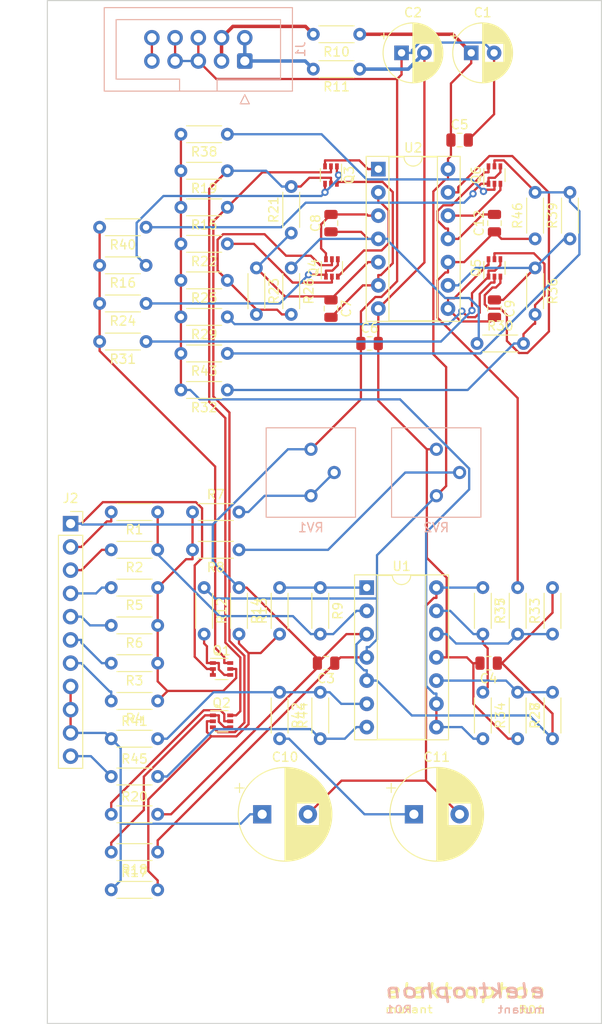
<source format=kicad_pcb>
(kicad_pcb (version 20171130) (host pcbnew 5.1.9)
  (title_block (title mutant) (date 2020-10-25) (rev 01) (comment 1 "PCB for main circuit") (comment 2 "low pass filter") (comment 4 "License CC BY 4.0 - Attribution 4.0 International"))
  (layers (0 F.Cu signal) (31 B.Cu signal) (34 B.Paste user) (35 F.Paste user) (36 B.SilkS user) (37 F.SilkS user) (38 B.Mask user) (39 F.Mask user) (44 Edge.Cuts user))
  (net 0 "")
  (net 1 GND)
  (net 2 -15V)
  (net 3 +15V)
  (net 4 "Net-(C7-Pad2)")
  (net 5 "Net-(C7-Pad1)")
  (net 6 FREQ)
  (net 7 V_OCT)
  (net 8 "Net-(Q5-Pad3)")
  (net 9 CV2)
  (net 10 "Net-(C8-Pad2)")
  (net 11 "Net-(C8-Pad1)")
  (net 12 "Net-(C9-Pad2)")
  (net 13 "Net-(C9-Pad1)")
  (net 14 "Net-(C10-Pad2)")
  (net 15 "Net-(C12-Pad2)")
  (net 16 "Net-(C12-Pad1)")
  (net 17 "Net-(Q4-Pad3)")
  (net 18 "Net-(Q6-Pad3)")
  (net 19 IN1)
  (net 20 "Net-(R1-Pad1)")
  (net 21 IN2)
  (net 22 CV1)
  (net 23 "Net-(R7-Pad2)")
  (net 24 "Net-(R8-Pad1)")
  (net 25 "Net-(R13-Pad2)")
  (net 26 OUT)
  (net 27 "Net-(Q3-Pad3)")
  (net 28 RES_A)
  (net 29 +5V)
  (net 30 VP)
  (net 31 VN)
  (net 32 "Net-(R15-Pad2)")
  (net 33 "Net-(R27-Pad2)")
  (net 34 "Net-(R33-Pad1)")
  (net 35 "Net-(R34-Pad1)")
  (net 36 "Net-(R41-Pad2)")
  (net 37 "Net-(R44-Pad1)")
  (net 38 "Net-(C11-Pad1)")
  (net 39 "Net-(Q1-Pad6)")
  (net 40 "Net-(Q1-Pad1)")
  (net 41 "Net-(Q1-Pad5)")
  (net 42 "Net-(Q2-Pad6)")
  (net 43 "Net-(Q2-Pad1)")
  (net 44 "Net-(Q2-Pad2)")
  (net 45 "Net-(Q2-Pad5)")
  (net 46 "Net-(Q2-Pad3)")
  (net 47 "Net-(Q3-Pad1)")
  (net 48 "Net-(Q4-Pad1)")
  (net 49 "Net-(Q4-Pad2)")
  (net 50 "Net-(Q4-Pad5)")
  (net 51 "Net-(Q5-Pad1)")
  (net 52 "Net-(Q5-Pad2)")
  (net 53 "Net-(Q5-Pad5)")
  (net 54 "Net-(Q6-Pad1)")
  (net 55 "Net-(Q6-Pad2)")
  (net 56 "Net-(Q6-Pad5)")
  (module Capacitor_THT:CP_Radial_D10.0mm_P5.00mm (layer F.Cu) (at 65.485 114.3)
    (fp_text reference C11 (at 2.5 -6.25) (layer F.SilkS))
    (fp_text value 22u)
    (pad 2 thru_hole circle (at 5 0) (size 2 2) (drill 1) (layers *.Cu *.Mask) (net 14 "Net-(C10-Pad2)"))
    (pad 1 thru_hole rect (at 0 0) (size 2 2) (drill 1) (layers *.Cu *.Mask) (net 38 "Net-(C11-Pad1)"))
  )
  (module Capacitor_THT:CP_Radial_D10.0mm_P5.00mm (layer F.Cu) (at 48.895 114.3)
    (fp_text reference C10 (at 2.5 -6.25) (layer F.SilkS))
    (fp_text value 22u)
    (pad 2 thru_hole circle (at 5 0) (size 2 2) (drill 1) (layers *.Cu *.Mask) (net 14 "Net-(C10-Pad2)"))
    (pad 1 thru_hole rect (at 0 0) (size 2 2) (drill 1) (layers *.Cu *.Mask) (net 28 RES_A))
  )
  (module Resistor_THT:R_Axial_DIN0204_L3.6mm_D1.6mm_P5.08mm_Horizontal (layer F.Cu) (at 59.563 32.893 180)
    (fp_text reference R11 (at 2.54 -1.92) (layer F.SilkS))
    (fp_text value 10)
    (pad 2 thru_hole oval (at 5.08 0 180) (size 1.4 1.4) (drill 0.7) (layers *.Cu *.Mask) (net 31 VN))
    (pad 1 thru_hole circle (at 0 0 180) (size 1.4 1.4) (drill 0.7) (layers *.Cu *.Mask) (net 2 -15V))
  )
  (module Resistor_THT:R_Axial_DIN0204_L3.6mm_D1.6mm_P5.08mm_Horizontal (layer F.Cu) (at 59.563 29.083 180)
    (fp_text reference R10 (at 2.54 -1.92) (layer F.SilkS))
    (fp_text value 10)
    (pad 2 thru_hole oval (at 5.08 0 180) (size 1.4 1.4) (drill 0.7) (layers *.Cu *.Mask) (net 30 VP))
    (pad 1 thru_hole circle (at 0 0 180) (size 1.4 1.4) (drill 0.7) (layers *.Cu *.Mask) (net 3 +15V))
  )
  (module Resistor_THT:R_Axial_DIN0204_L3.6mm_D1.6mm_P5.08mm_Horizontal (layer F.Cu) (at 78.74 51.435 90)
    (fp_text reference R46 (at 2.54 -1.92 90) (layer F.SilkS))
    (fp_text value 10k)
    (pad 2 thru_hole oval (at 5.08 0 90) (size 1.4 1.4) (drill 0.7) (layers *.Cu *.Mask) (net 56 "Net-(Q6-Pad5)"))
    (pad 1 thru_hole circle (at 0 0 90) (size 1.4 1.4) (drill 0.7) (layers *.Cu *.Mask) (net 16 "Net-(C12-Pad1)"))
  )
  (module Resistor_THT:R_Axial_DIN0204_L3.6mm_D1.6mm_P5.08mm_Horizontal (layer F.Cu) (at 32.385 110.172)
    (fp_text reference R45 (at 2.54 -1.92) (layer F.SilkS))
    (fp_text value 1k)
    (pad 2 thru_hole oval (at 5.08 0) (size 1.4 1.4) (drill 0.7) (layers *.Cu *.Mask) (net 37 "Net-(R44-Pad1)"))
    (pad 1 thru_hole circle (at 0 0) (size 1.4 1.4) (drill 0.7) (layers *.Cu *.Mask) (net 26 OUT))
  )
  (module Resistor_THT:R_Axial_DIN0204_L3.6mm_D1.6mm_P5.08mm_Horizontal (layer F.Cu) (at 55.245 106.045 90)
    (fp_text reference R44 (at 2.54 -1.92 90) (layer F.SilkS))
    (fp_text value 56k)
    (pad 2 thru_hole oval (at 5.08 0 90) (size 1.4 1.4) (drill 0.7) (layers *.Cu *.Mask) (net 36 "Net-(R41-Pad2)"))
    (pad 1 thru_hole circle (at 0 0 90) (size 1.4 1.4) (drill 0.7) (layers *.Cu *.Mask) (net 37 "Net-(R44-Pad1)"))
  )
  (module Resistor_THT:R_Axial_DIN0204_L3.6mm_D1.6mm_P5.08mm_Horizontal (layer F.Cu) (at 45.085 63.9536 180)
    (fp_text reference R43 (at 2.54 -1.92) (layer F.SilkS))
    (fp_text value 220)
    (pad 2 thru_hole oval (at 5.08 0 180) (size 1.4 1.4) (drill 0.7) (layers *.Cu *.Mask) (net 32 "Net-(R15-Pad2)"))
    (pad 1 thru_hole circle (at 0 0 180) (size 1.4 1.4) (drill 0.7) (layers *.Cu *.Mask) (net 56 "Net-(Q6-Pad5)"))
  )
  (module Resistor_THT:R_Axial_DIN0204_L3.6mm_D1.6mm_P5.08mm_Horizontal (layer F.Cu) (at 50.8 100.965 270)
    (fp_text reference R42 (at 2.54 -1.92 90) (layer F.SilkS))
    (fp_text value 56k)
    (pad 2 thru_hole oval (at 5.08 0 270) (size 1.4 1.4) (drill 0.7) (layers *.Cu *.Mask) (net 38 "Net-(C11-Pad1)"))
    (pad 1 thru_hole circle (at 0 0 270) (size 1.4 1.4) (drill 0.7) (layers *.Cu *.Mask) (net 36 "Net-(R41-Pad2)"))
  )
  (module Resistor_THT:R_Axial_DIN0204_L3.6mm_D1.6mm_P5.08mm_Horizontal (layer F.Cu) (at 32.385 106.045)
    (fp_text reference R41 (at 2.54 -1.92) (layer F.SilkS))
    (fp_text value 22k)
    (pad 2 thru_hole oval (at 5.08 0) (size 1.4 1.4) (drill 0.7) (layers *.Cu *.Mask) (net 36 "Net-(R41-Pad2)"))
    (pad 1 thru_hole circle (at 0 0) (size 1.4 1.4) (drill 0.7) (layers *.Cu *.Mask) (net 28 RES_A))
  )
  (module Resistor_THT:R_Axial_DIN0204_L3.6mm_D1.6mm_P5.08mm_Horizontal (layer F.Cu) (at 36.195 50.165 180)
    (fp_text reference R40 (at 2.54 -1.92) (layer F.SilkS))
    (fp_text value 1k)
    (pad 2 thru_hole oval (at 5.08 0 180) (size 1.4 1.4) (drill 0.7) (layers *.Cu *.Mask) (net 39 "Net-(Q1-Pad6)"))
    (pad 1 thru_hole circle (at 0 0 180) (size 1.4 1.4) (drill 0.7) (layers *.Cu *.Mask) (net 54 "Net-(Q6-Pad1)"))
  )
  (module Resistor_THT:R_Axial_DIN0204_L3.6mm_D1.6mm_P5.08mm_Horizontal (layer F.Cu) (at 82.55 51.435 90)
    (fp_text reference R39 (at 2.54 -1.92 90) (layer F.SilkS))
    (fp_text value 10k)
    (pad 2 thru_hole oval (at 5.08 0 90) (size 1.4 1.4) (drill 0.7) (layers *.Cu *.Mask) (net 56 "Net-(Q6-Pad5)"))
    (pad 1 thru_hole circle (at 0 0 90) (size 1.4 1.4) (drill 0.7) (layers *.Cu *.Mask) (net 13 "Net-(C9-Pad1)"))
  )
  (module Resistor_THT:R_Axial_DIN0204_L3.6mm_D1.6mm_P5.08mm_Horizontal (layer F.Cu) (at 45.085 40.005 180)
    (fp_text reference R38 (at 2.54 -1.92) (layer F.SilkS))
    (fp_text value 220)
    (pad 2 thru_hole oval (at 5.08 0 180) (size 1.4 1.4) (drill 0.7) (layers *.Cu *.Mask) (net 32 "Net-(R15-Pad2)"))
    (pad 1 thru_hole circle (at 0 0 180) (size 1.4 1.4) (drill 0.7) (layers *.Cu *.Mask) (net 55 "Net-(Q6-Pad2)"))
  )
  (module Resistor_THT:R_Axial_DIN0204_L3.6mm_D1.6mm_P5.08mm_Horizontal (layer F.Cu) (at 73.025 89.535 270)
    (fp_text reference R37 (at 2.54 -1.92 90) (layer F.SilkS))
    (fp_text value 10k)
    (pad 2 thru_hole oval (at 5.08 0 270) (size 1.4 1.4) (drill 0.7) (layers *.Cu *.Mask) (net 35 "Net-(R34-Pad1)"))
    (pad 1 thru_hole circle (at 0 0 270) (size 1.4 1.4) (drill 0.7) (layers *.Cu *.Mask) (net 14 "Net-(C10-Pad2)"))
  )
  (module Resistor_THT:R_Axial_DIN0204_L3.6mm_D1.6mm_P5.08mm_Horizontal (layer F.Cu) (at 78.74 54.61 270)
    (fp_text reference R36 (at 2.54 -1.92 90) (layer F.SilkS))
    (fp_text value 10k)
    (pad 2 thru_hole oval (at 5.08 0 270) (size 1.4 1.4) (drill 0.7) (layers *.Cu *.Mask) (net 53 "Net-(Q5-Pad5)"))
    (pad 1 thru_hole circle (at 0 0 270) (size 1.4 1.4) (drill 0.7) (layers *.Cu *.Mask) (net 13 "Net-(C9-Pad1)"))
  )
  (module Resistor_THT:R_Axial_DIN0204_L3.6mm_D1.6mm_P5.08mm_Horizontal (layer F.Cu) (at 76.835 94.615 90)
    (fp_text reference R35 (at 2.54 -1.92 90) (layer F.SilkS))
    (fp_text value 10k)
    (pad 2 thru_hole oval (at 5.08 0 90) (size 1.4 1.4) (drill 0.7) (layers *.Cu *.Mask) (net 16 "Net-(C12-Pad1)"))
    (pad 1 thru_hole circle (at 0 0 90) (size 1.4 1.4) (drill 0.7) (layers *.Cu *.Mask) (net 34 "Net-(R33-Pad1)"))
  )
  (module Resistor_THT:R_Axial_DIN0204_L3.6mm_D1.6mm_P5.08mm_Horizontal (layer F.Cu) (at 73.025 100.965 270)
    (fp_text reference R34 (at 2.54 -1.92 90) (layer F.SilkS))
    (fp_text value 10k)
    (pad 2 thru_hole oval (at 5.08 0 270) (size 1.4 1.4) (drill 0.7) (layers *.Cu *.Mask) (net 32 "Net-(R15-Pad2)"))
    (pad 1 thru_hole circle (at 0 0 270) (size 1.4 1.4) (drill 0.7) (layers *.Cu *.Mask) (net 35 "Net-(R34-Pad1)"))
  )
  (module Resistor_THT:R_Axial_DIN0204_L3.6mm_D1.6mm_P5.08mm_Horizontal (layer F.Cu) (at 80.645 94.615 90)
    (fp_text reference R33 (at 2.54 -1.92 90) (layer F.SilkS))
    (fp_text value 100k)
    (pad 2 thru_hole oval (at 5.08 0 90) (size 1.4 1.4) (drill 0.7) (layers *.Cu *.Mask) (net 1 GND))
    (pad 1 thru_hole circle (at 0 0 90) (size 1.4 1.4) (drill 0.7) (layers *.Cu *.Mask) (net 34 "Net-(R33-Pad1)"))
  )
  (module Resistor_THT:R_Axial_DIN0204_L3.6mm_D1.6mm_P5.08mm_Horizontal (layer F.Cu) (at 45.085 67.945 180)
    (fp_text reference R32 (at 2.54 -1.92) (layer F.SilkS))
    (fp_text value 220)
    (pad 2 thru_hole oval (at 5.08 0 180) (size 1.4 1.4) (drill 0.7) (layers *.Cu *.Mask) (net 32 "Net-(R15-Pad2)"))
    (pad 1 thru_hole circle (at 0 0 180) (size 1.4 1.4) (drill 0.7) (layers *.Cu *.Mask) (net 53 "Net-(Q5-Pad5)"))
  )
  (module Resistor_THT:R_Axial_DIN0204_L3.6mm_D1.6mm_P5.08mm_Horizontal (layer F.Cu) (at 36.195 62.6533 180)
    (fp_text reference R31 (at 2.54 -1.92) (layer F.SilkS))
    (fp_text value 1k)
    (pad 2 thru_hole oval (at 5.08 0 180) (size 1.4 1.4) (drill 0.7) (layers *.Cu *.Mask) (net 39 "Net-(Q1-Pad6)"))
    (pad 1 thru_hole circle (at 0 0 180) (size 1.4 1.4) (drill 0.7) (layers *.Cu *.Mask) (net 51 "Net-(Q5-Pad1)"))
  )
  (module Resistor_THT:R_Axial_DIN0204_L3.6mm_D1.6mm_P5.08mm_Horizontal (layer F.Cu) (at 72.39 62.865)
    (fp_text reference R30 (at 2.54 -1.92) (layer F.SilkS))
    (fp_text value 10k)
    (pad 2 thru_hole oval (at 5.08 0) (size 1.4 1.4) (drill 0.7) (layers *.Cu *.Mask) (net 53 "Net-(Q5-Pad5)"))
    (pad 1 thru_hole circle (at 0 0) (size 1.4 1.4) (drill 0.7) (layers *.Cu *.Mask) (net 11 "Net-(C8-Pad1)"))
  )
  (module Resistor_THT:R_Axial_DIN0204_L3.6mm_D1.6mm_P5.08mm_Horizontal (layer F.Cu) (at 45.085 59.9621 180)
    (fp_text reference R29 (at 2.54 -1.92) (layer F.SilkS))
    (fp_text value 220)
    (pad 2 thru_hole oval (at 5.08 0 180) (size 1.4 1.4) (drill 0.7) (layers *.Cu *.Mask) (net 32 "Net-(R15-Pad2)"))
    (pad 1 thru_hole circle (at 0 0 180) (size 1.4 1.4) (drill 0.7) (layers *.Cu *.Mask) (net 52 "Net-(Q5-Pad2)"))
  )
  (module Resistor_THT:R_Axial_DIN0204_L3.6mm_D1.6mm_P5.08mm_Horizontal (layer F.Cu) (at 76.835 100.965 270)
    (fp_text reference R28 (at 2.54 -1.92 90) (layer F.SilkS))
    (fp_text value 10k)
    (pad 2 thru_hole oval (at 5.08 0 270) (size 1.4 1.4) (drill 0.7) (layers *.Cu *.Mask) (net 2 -15V))
    (pad 1 thru_hole circle (at 0 0 270) (size 1.4 1.4) (drill 0.7) (layers *.Cu *.Mask) (net 33 "Net-(R27-Pad2)"))
  )
  (module Resistor_THT:R_Axial_DIN0204_L3.6mm_D1.6mm_P5.08mm_Horizontal (layer F.Cu) (at 80.645 106.045 90)
    (fp_text reference R27 (at 2.54 -1.92 90) (layer F.SilkS))
    (fp_text value 10k)
    (pad 2 thru_hole oval (at 5.08 0 90) (size 1.4 1.4) (drill 0.7) (layers *.Cu *.Mask) (net 33 "Net-(R27-Pad2)"))
    (pad 1 thru_hole circle (at 0 0 90) (size 1.4 1.4) (drill 0.7) (layers *.Cu *.Mask) (net 1 GND))
  )
  (module Resistor_THT:R_Axial_DIN0204_L3.6mm_D1.6mm_P5.08mm_Horizontal (layer F.Cu) (at 52.07 54.61 270)
    (fp_text reference R26 (at 2.54 -1.92 90) (layer F.SilkS))
    (fp_text value 10k)
    (pad 2 thru_hole oval (at 5.08 0 270) (size 1.4 1.4) (drill 0.7) (layers *.Cu *.Mask) (net 50 "Net-(Q4-Pad5)"))
    (pad 1 thru_hole circle (at 0 0 270) (size 1.4 1.4) (drill 0.7) (layers *.Cu *.Mask) (net 11 "Net-(C8-Pad1)"))
  )
  (module Resistor_THT:R_Axial_DIN0204_L3.6mm_D1.6mm_P5.08mm_Horizontal (layer F.Cu) (at 45.085 55.9707 180)
    (fp_text reference R25 (at 2.54 -1.92) (layer F.SilkS))
    (fp_text value 220)
    (pad 2 thru_hole oval (at 5.08 0 180) (size 1.4 1.4) (drill 0.7) (layers *.Cu *.Mask) (net 32 "Net-(R15-Pad2)"))
    (pad 1 thru_hole circle (at 0 0 180) (size 1.4 1.4) (drill 0.7) (layers *.Cu *.Mask) (net 50 "Net-(Q4-Pad5)"))
  )
  (module Resistor_THT:R_Axial_DIN0204_L3.6mm_D1.6mm_P5.08mm_Horizontal (layer F.Cu) (at 36.195 58.4905 180)
    (fp_text reference R24 (at 2.54 -1.92) (layer F.SilkS))
    (fp_text value 1k)
    (pad 2 thru_hole oval (at 5.08 0 180) (size 1.4 1.4) (drill 0.7) (layers *.Cu *.Mask) (net 39 "Net-(Q1-Pad6)"))
    (pad 1 thru_hole circle (at 0 0 180) (size 1.4 1.4) (drill 0.7) (layers *.Cu *.Mask) (net 48 "Net-(Q4-Pad1)"))
  )
  (module Resistor_THT:R_Axial_DIN0204_L3.6mm_D1.6mm_P5.08mm_Horizontal (layer F.Cu) (at 48.26 54.61 270)
    (fp_text reference R23 (at 2.54 -1.92 90) (layer F.SilkS))
    (fp_text value 10k)
    (pad 2 thru_hole oval (at 5.08 0 270) (size 1.4 1.4) (drill 0.7) (layers *.Cu *.Mask) (net 50 "Net-(Q4-Pad5)"))
    (pad 1 thru_hole circle (at 0 0 270) (size 1.4 1.4) (drill 0.7) (layers *.Cu *.Mask) (net 5 "Net-(C7-Pad1)"))
  )
  (module Resistor_THT:R_Axial_DIN0204_L3.6mm_D1.6mm_P5.08mm_Horizontal (layer F.Cu) (at 45.085 51.9793 180)
    (fp_text reference R22 (at 2.54 -1.92) (layer F.SilkS))
    (fp_text value 220)
    (pad 2 thru_hole oval (at 5.08 0 180) (size 1.4 1.4) (drill 0.7) (layers *.Cu *.Mask) (net 32 "Net-(R15-Pad2)"))
    (pad 1 thru_hole circle (at 0 0 180) (size 1.4 1.4) (drill 0.7) (layers *.Cu *.Mask) (net 49 "Net-(Q4-Pad2)"))
  )
  (module Resistor_THT:R_Axial_DIN0204_L3.6mm_D1.6mm_P5.08mm_Horizontal (layer F.Cu) (at 52.07 50.8 90)
    (fp_text reference R21 (at 2.54 -1.92 90) (layer F.SilkS))
    (fp_text value 10k)
    (pad 2 thru_hole oval (at 5.08 0 90) (size 1.4 1.4) (drill 0.7) (layers *.Cu *.Mask) (net 42 "Net-(Q2-Pad6)"))
    (pad 1 thru_hole circle (at 0 0 90) (size 1.4 1.4) (drill 0.7) (layers *.Cu *.Mask) (net 5 "Net-(C7-Pad1)"))
  )
  (module Resistor_THT:R_Axial_DIN0204_L3.6mm_D1.6mm_P5.08mm_Horizontal (layer F.Cu) (at 32.385 114.3)
    (fp_text reference R20 (at 2.54 -1.92) (layer F.SilkS))
    (fp_text value 220)
    (pad 2 thru_hole oval (at 5.08 0) (size 1.4 1.4) (drill 0.7) (layers *.Cu *.Mask) (net 1 GND))
    (pad 1 thru_hole circle (at 0 0) (size 1.4 1.4) (drill 0.7) (layers *.Cu *.Mask) (net 45 "Net-(Q2-Pad5)"))
  )
  (module Resistor_THT:R_Axial_DIN0204_L3.6mm_D1.6mm_P5.08mm_Horizontal (layer F.Cu) (at 45.085 43.9964 180)
    (fp_text reference R19 (at 2.54 -1.92) (layer F.SilkS))
    (fp_text value 220)
    (pad 2 thru_hole oval (at 5.08 0 180) (size 1.4 1.4) (drill 0.7) (layers *.Cu *.Mask) (net 32 "Net-(R15-Pad2)"))
    (pad 1 thru_hole circle (at 0 0 180) (size 1.4 1.4) (drill 0.7) (layers *.Cu *.Mask) (net 42 "Net-(Q2-Pad6)"))
  )
  (module Resistor_THT:R_Axial_DIN0204_L3.6mm_D1.6mm_P5.08mm_Horizontal (layer F.Cu) (at 37.465 118.428 180)
    (fp_text reference R18 (at 2.54 -1.92) (layer F.SilkS))
    (fp_text value 33k)
    (pad 2 thru_hole oval (at 5.08 0 180) (size 1.4 1.4) (drill 0.7) (layers *.Cu *.Mask) (net 43 "Net-(Q2-Pad1)"))
    (pad 1 thru_hole circle (at 0 0 180) (size 1.4 1.4) (drill 0.7) (layers *.Cu *.Mask) (net 3 +15V))
  )
  (module Resistor_THT:R_Axial_DIN0204_L3.6mm_D1.6mm_P5.08mm_Horizontal (layer F.Cu) (at 32.385 122.555)
    (fp_text reference R17 (at 2.54 -1.92) (layer F.SilkS))
    (fp_text value 15k)
    (pad 2 thru_hole oval (at 5.08 0) (size 1.4 1.4) (drill 0.7) (layers *.Cu *.Mask) (net 44 "Net-(Q2-Pad2)"))
    (pad 1 thru_hole circle (at 0 0) (size 1.4 1.4) (drill 0.7) (layers *.Cu *.Mask) (net 28 RES_A))
  )
  (module Resistor_THT:R_Axial_DIN0204_L3.6mm_D1.6mm_P5.08mm_Horizontal (layer F.Cu) (at 36.195 54.3278 180)
    (fp_text reference R16 (at 2.54 -1.92) (layer F.SilkS))
    (fp_text value 1k)
    (pad 2 thru_hole oval (at 5.08 0 180) (size 1.4 1.4) (drill 0.7) (layers *.Cu *.Mask) (net 39 "Net-(Q1-Pad6)"))
    (pad 1 thru_hole circle (at 0 0 180) (size 1.4 1.4) (drill 0.7) (layers *.Cu *.Mask) (net 47 "Net-(Q3-Pad1)"))
  )
  (module Resistor_THT:R_Axial_DIN0204_L3.6mm_D1.6mm_P5.08mm_Horizontal (layer F.Cu) (at 45.085 47.9879 180)
    (fp_text reference R15 (at 2.54 -1.92) (layer F.SilkS))
    (fp_text value 220)
    (pad 2 thru_hole oval (at 5.08 0 180) (size 1.4 1.4) (drill 0.7) (layers *.Cu *.Mask) (net 32 "Net-(R15-Pad2)"))
    (pad 1 thru_hole circle (at 0 0 180) (size 1.4 1.4) (drill 0.7) (layers *.Cu *.Mask) (net 46 "Net-(Q2-Pad3)"))
  )
  (module Resistor_THT:R_Axial_DIN0204_L3.6mm_D1.6mm_P5.08mm_Horizontal (layer F.Cu) (at 46.355 89.535 270)
    (fp_text reference R14 (at 2.54 -1.92 90) (layer F.SilkS))
    (fp_text value 1k)
    (pad 2 thru_hole oval (at 5.08 0 270) (size 1.4 1.4) (drill 0.7) (layers *.Cu *.Mask) (net 44 "Net-(Q2-Pad2)"))
    (pad 1 thru_hole circle (at 0 0 270) (size 1.4 1.4) (drill 0.7) (layers *.Cu *.Mask) (net 1 GND))
  )
  (module Resistor_THT:R_Axial_DIN0204_L3.6mm_D1.6mm_P5.08mm_Horizontal (layer F.Cu) (at 50.8 94.615 90)
    (fp_text reference R13 (at 2.54 -1.92 90) (layer F.SilkS))
    (fp_text value 100k)
    (pad 2 thru_hole oval (at 5.08 0 90) (size 1.4 1.4) (drill 0.7) (layers *.Cu *.Mask) (net 25 "Net-(R13-Pad2)"))
    (pad 1 thru_hole circle (at 0 0 90) (size 1.4 1.4) (drill 0.7) (layers *.Cu *.Mask) (net 44 "Net-(Q2-Pad2)"))
  )
  (module Resistor_THT:R_Axial_DIN0204_L3.6mm_D1.6mm_P5.08mm_Horizontal (layer F.Cu) (at 42.545 89.535 270)
    (fp_text reference R12 (at 2.54 -1.92 90) (layer F.SilkS))
    (fp_text value 10k)
    (pad 2 thru_hole oval (at 5.08 0 270) (size 1.4 1.4) (drill 0.7) (layers *.Cu *.Mask) (net 40 "Net-(Q1-Pad1)"))
    (pad 1 thru_hole circle (at 0 0 270) (size 1.4 1.4) (drill 0.7) (layers *.Cu *.Mask) (net 3 +15V))
  )
  (module Resistor_THT:R_Axial_DIN0204_L3.6mm_D1.6mm_P5.08mm_Horizontal (layer F.Cu) (at 55.245 89.535 270)
    (fp_text reference R9 (at 2.54 -1.92 90) (layer F.SilkS))
    (fp_text value 100k)
    (pad 2 thru_hole oval (at 5.08 0 270) (size 1.4 1.4) (drill 0.7) (layers *.Cu *.Mask) (net 20 "Net-(R1-Pad1)"))
    (pad 1 thru_hole circle (at 0 0 270) (size 1.4 1.4) (drill 0.7) (layers *.Cu *.Mask) (net 25 "Net-(R13-Pad2)"))
  )
  (module Resistor_THT:R_Axial_DIN0204_L3.6mm_D1.6mm_P5.08mm_Horizontal (layer F.Cu) (at 46.355 85.4075 180)
    (fp_text reference R8 (at 2.54 -1.92) (layer F.SilkS))
    (fp_text value 100k)
    (pad 2 thru_hole oval (at 5.08 0 180) (size 1.4 1.4) (drill 0.7) (layers *.Cu *.Mask) (net 41 "Net-(Q1-Pad5)"))
    (pad 1 thru_hole circle (at 0 0 180) (size 1.4 1.4) (drill 0.7) (layers *.Cu *.Mask) (net 24 "Net-(R8-Pad1)"))
  )
  (module Resistor_THT:R_Axial_DIN0204_L3.6mm_D1.6mm_P5.08mm_Horizontal (layer F.Cu) (at 41.275 81.28)
    (fp_text reference R7 (at 2.54 -1.92) (layer F.SilkS))
    (fp_text value 1k)
    (pad 2 thru_hole oval (at 5.08 0) (size 1.4 1.4) (drill 0.7) (layers *.Cu *.Mask) (net 23 "Net-(R7-Pad2)"))
    (pad 1 thru_hole circle (at 0 0) (size 1.4 1.4) (drill 0.7) (layers *.Cu *.Mask) (net 41 "Net-(Q1-Pad5)"))
  )
  (module Resistor_THT:R_Axial_DIN0204_L3.6mm_D1.6mm_P5.08mm_Horizontal (layer F.Cu) (at 37.465 93.6625 180)
    (fp_text reference R6 (at 2.54 -1.92) (layer F.SilkS))
    (fp_text value 100k)
    (pad 2 thru_hole oval (at 5.08 0 180) (size 1.4 1.4) (drill 0.7) (layers *.Cu *.Mask) (net 9 CV2))
    (pad 1 thru_hole circle (at 0 0 180) (size 1.4 1.4) (drill 0.7) (layers *.Cu *.Mask) (net 41 "Net-(Q1-Pad5)"))
  )
  (module Resistor_THT:R_Axial_DIN0204_L3.6mm_D1.6mm_P5.08mm_Horizontal (layer F.Cu) (at 37.465 89.535 180)
    (fp_text reference R5 (at 2.54 -1.92) (layer F.SilkS))
    (fp_text value 100k)
    (pad 2 thru_hole oval (at 5.08 0 180) (size 1.4 1.4) (drill 0.7) (layers *.Cu *.Mask) (net 22 CV1))
    (pad 1 thru_hole circle (at 0 0 180) (size 1.4 1.4) (drill 0.7) (layers *.Cu *.Mask) (net 41 "Net-(Q1-Pad5)"))
  )
  (module Resistor_THT:R_Axial_DIN0204_L3.6mm_D1.6mm_P5.08mm_Horizontal (layer F.Cu) (at 37.465 101.918 180)
    (fp_text reference R4 (at 2.54 -1.92) (layer F.SilkS))
    (fp_text value 100k)
    (pad 2 thru_hole oval (at 5.08 0 180) (size 1.4 1.4) (drill 0.7) (layers *.Cu *.Mask) (net 7 V_OCT))
    (pad 1 thru_hole circle (at 0 0 180) (size 1.4 1.4) (drill 0.7) (layers *.Cu *.Mask) (net 41 "Net-(Q1-Pad5)"))
  )
  (module Resistor_THT:R_Axial_DIN0204_L3.6mm_D1.6mm_P5.08mm_Horizontal (layer F.Cu) (at 37.465 97.79 180)
    (fp_text reference R3 (at 2.54 -1.92) (layer F.SilkS))
    (fp_text value 150k)
    (pad 2 thru_hole oval (at 5.08 0 180) (size 1.4 1.4) (drill 0.7) (layers *.Cu *.Mask) (net 6 FREQ))
    (pad 1 thru_hole circle (at 0 0 180) (size 1.4 1.4) (drill 0.7) (layers *.Cu *.Mask) (net 41 "Net-(Q1-Pad5)"))
  )
  (module Resistor_THT:R_Axial_DIN0204_L3.6mm_D1.6mm_P5.08mm_Horizontal (layer F.Cu) (at 37.465 85.4075 180)
    (fp_text reference R2 (at 2.54 -1.92) (layer F.SilkS))
    (fp_text value 100k)
    (pad 2 thru_hole oval (at 5.08 0 180) (size 1.4 1.4) (drill 0.7) (layers *.Cu *.Mask) (net 21 IN2))
    (pad 1 thru_hole circle (at 0 0 180) (size 1.4 1.4) (drill 0.7) (layers *.Cu *.Mask) (net 20 "Net-(R1-Pad1)"))
  )
  (module Resistor_THT:R_Axial_DIN0204_L3.6mm_D1.6mm_P5.08mm_Horizontal (layer F.Cu) (at 37.465 81.28 180)
    (fp_text reference R1 (at 2.54 -1.92) (layer F.SilkS))
    (fp_text value 100k)
    (pad 2 thru_hole oval (at 5.08 0 180) (size 1.4 1.4) (drill 0.7) (layers *.Cu *.Mask) (net 19 IN1))
    (pad 1 thru_hole circle (at 0 0 180) (size 1.4 1.4) (drill 0.7) (layers *.Cu *.Mask) (net 20 "Net-(R1-Pad1)"))
  )
  (module Package_TO_SOT_SMD:SOT-363_SC-70-6 (layer F.Cu) (at 74.295 44.465 90)
    (fp_text reference Q6 (at 0 -2 90) (layer F.SilkS))
    (fp_text value MMDT3906)
    (pad 6 smd rect (at 0.95 -0.65 90) (size 0.65 0.4) (layers F.Cu F.Paste F.Mask) (net 15 "Net-(C12-Pad2)"))
    (pad 4 smd rect (at 0.95 0.65 90) (size 0.65 0.4) (layers F.Cu F.Paste F.Mask) (net 54 "Net-(Q6-Pad1)"))
    (pad 2 smd rect (at -0.95 0 90) (size 0.65 0.4) (layers F.Cu F.Paste F.Mask) (net 55 "Net-(Q6-Pad2)"))
    (pad 5 smd rect (at 0.95 0 90) (size 0.65 0.4) (layers F.Cu F.Paste F.Mask) (net 56 "Net-(Q6-Pad5)"))
    (pad 3 smd rect (at -0.95 0.65 90) (size 0.65 0.4) (layers F.Cu F.Paste F.Mask) (net 18 "Net-(Q6-Pad3)"))
    (pad 1 smd rect (at -0.95 -0.65 90) (size 0.65 0.4) (layers F.Cu F.Paste F.Mask) (net 54 "Net-(Q6-Pad1)"))
  )
  (module Package_TO_SOT_SMD:SOT-363_SC-70-6 (layer F.Cu) (at 74.295 54.61 90)
    (fp_text reference Q5 (at 0 -2 90) (layer F.SilkS))
    (fp_text value MMDT3906)
    (pad 6 smd rect (at 0.95 -0.65 90) (size 0.65 0.4) (layers F.Cu F.Paste F.Mask) (net 12 "Net-(C9-Pad2)"))
    (pad 4 smd rect (at 0.95 0.65 90) (size 0.65 0.4) (layers F.Cu F.Paste F.Mask) (net 51 "Net-(Q5-Pad1)"))
    (pad 2 smd rect (at -0.95 0 90) (size 0.65 0.4) (layers F.Cu F.Paste F.Mask) (net 52 "Net-(Q5-Pad2)"))
    (pad 5 smd rect (at 0.95 0 90) (size 0.65 0.4) (layers F.Cu F.Paste F.Mask) (net 53 "Net-(Q5-Pad5)"))
    (pad 3 smd rect (at -0.95 0.65 90) (size 0.65 0.4) (layers F.Cu F.Paste F.Mask) (net 8 "Net-(Q5-Pad3)"))
    (pad 1 smd rect (at -0.95 -0.65 90) (size 0.65 0.4) (layers F.Cu F.Paste F.Mask) (net 51 "Net-(Q5-Pad1)"))
  )
  (module Package_TO_SOT_SMD:SOT-363_SC-70-6 (layer F.Cu) (at 56.515 54.61 90)
    (fp_text reference Q4 (at 0 -2 90) (layer F.SilkS))
    (fp_text value MMDT3906)
    (pad 6 smd rect (at 0.95 -0.65 90) (size 0.65 0.4) (layers F.Cu F.Paste F.Mask) (net 10 "Net-(C8-Pad2)"))
    (pad 4 smd rect (at 0.95 0.65 90) (size 0.65 0.4) (layers F.Cu F.Paste F.Mask) (net 48 "Net-(Q4-Pad1)"))
    (pad 2 smd rect (at -0.95 0 90) (size 0.65 0.4) (layers F.Cu F.Paste F.Mask) (net 49 "Net-(Q4-Pad2)"))
    (pad 5 smd rect (at 0.95 0 90) (size 0.65 0.4) (layers F.Cu F.Paste F.Mask) (net 50 "Net-(Q4-Pad5)"))
    (pad 3 smd rect (at -0.95 0.65 90) (size 0.65 0.4) (layers F.Cu F.Paste F.Mask) (net 17 "Net-(Q4-Pad3)"))
    (pad 1 smd rect (at -0.95 -0.65 90) (size 0.65 0.4) (layers F.Cu F.Paste F.Mask) (net 48 "Net-(Q4-Pad1)"))
  )
  (module Package_TO_SOT_SMD:SOT-363_SC-70-6 (layer F.Cu) (at 56.415 44.465 270)
    (fp_text reference Q3 (at 0 -2 90) (layer F.SilkS))
    (fp_text value MMDT3906)
    (pad 6 smd rect (at 0.95 -0.65 270) (size 0.65 0.4) (layers F.Cu F.Paste F.Mask) (net 4 "Net-(C7-Pad2)"))
    (pad 4 smd rect (at 0.95 0.65 270) (size 0.65 0.4) (layers F.Cu F.Paste F.Mask) (net 47 "Net-(Q3-Pad1)"))
    (pad 2 smd rect (at -0.95 0 270) (size 0.65 0.4) (layers F.Cu F.Paste F.Mask) (net 46 "Net-(Q2-Pad3)"))
    (pad 5 smd rect (at 0.95 0 270) (size 0.65 0.4) (layers F.Cu F.Paste F.Mask) (net 42 "Net-(Q2-Pad6)"))
    (pad 3 smd rect (at -0.95 0.65 270) (size 0.65 0.4) (layers F.Cu F.Paste F.Mask) (net 27 "Net-(Q3-Pad3)"))
    (pad 1 smd rect (at -0.95 -0.65 270) (size 0.65 0.4) (layers F.Cu F.Paste F.Mask) (net 47 "Net-(Q3-Pad1)"))
  )
  (module Package_TO_SOT_SMD:SOT-363_SC-70-6 (layer F.Cu) (at 44.45 104.14)
    (fp_text reference Q2 (at 0 -2) (layer F.SilkS))
    (fp_text value MMDT3906)
    (pad 6 smd rect (at 0.95 -0.65) (size 0.65 0.4) (layers F.Cu F.Paste F.Mask) (net 42 "Net-(Q2-Pad6)"))
    (pad 4 smd rect (at 0.95 0.65) (size 0.65 0.4) (layers F.Cu F.Paste F.Mask) (net 43 "Net-(Q2-Pad1)"))
    (pad 2 smd rect (at -0.95 0) (size 0.65 0.4) (layers F.Cu F.Paste F.Mask) (net 44 "Net-(Q2-Pad2)"))
    (pad 5 smd rect (at 0.95 0) (size 0.65 0.4) (layers F.Cu F.Paste F.Mask) (net 45 "Net-(Q2-Pad5)"))
    (pad 3 smd rect (at -0.95 0.65) (size 0.65 0.4) (layers F.Cu F.Paste F.Mask) (net 46 "Net-(Q2-Pad3)"))
    (pad 1 smd rect (at -0.95 -0.65) (size 0.65 0.4) (layers F.Cu F.Paste F.Mask) (net 43 "Net-(Q2-Pad1)"))
  )
  (module Package_TO_SOT_SMD:SOT-363_SC-70-6 (layer F.Cu) (at 44.45 98.425)
    (fp_text reference Q1 (at 0 -2) (layer F.SilkS))
    (fp_text value MMDT3906)
    (pad 6 smd rect (at 0.95 -0.65) (size 0.65 0.4) (layers F.Cu F.Paste F.Mask) (net 39 "Net-(Q1-Pad6)"))
    (pad 4 smd rect (at 0.95 0.65) (size 0.65 0.4) (layers F.Cu F.Paste F.Mask) (net 40 "Net-(Q1-Pad1)"))
    (pad 2 smd rect (at -0.95 0) (size 0.65 0.4) (layers F.Cu F.Paste F.Mask) (net 1 GND))
    (pad 5 smd rect (at 0.95 0) (size 0.65 0.4) (layers F.Cu F.Paste F.Mask) (net 41 "Net-(Q1-Pad5)"))
    (pad 3 smd rect (at -0.95 0.65) (size 0.65 0.4) (layers F.Cu F.Paste F.Mask) (net 1 GND))
    (pad 1 smd rect (at -0.95 -0.65) (size 0.65 0.4) (layers F.Cu F.Paste F.Mask) (net 40 "Net-(Q1-Pad1)"))
  )
  (module Capacitor_SMD:C_0805_2012Metric (layer F.Cu) (at 74.295 49.7183 90)
    (fp_text reference C12 (at 0 -1.68 90) (layer F.SilkS))
    (fp_text value 470p)
    (pad 2 smd roundrect (at 0.95 0 90) (size 1 1.45) (layers F.Cu F.Paste F.Mask) (net 15 "Net-(C12-Pad2)"))
    (pad 1 smd roundrect (at -0.95 0 90) (size 1 1.45) (layers F.Cu F.Paste F.Mask) (net 16 "Net-(C12-Pad1)"))
  )
  (module Capacitor_SMD:C_0805_2012Metric (layer F.Cu) (at 74.295 59.055 270)
    (fp_text reference C9 (at 0 -1.68 90) (layer F.SilkS))
    (fp_text value 470p)
    (pad 2 smd roundrect (at 0.95 0 270) (size 1 1.45) (layers F.Cu F.Paste F.Mask) (net 12 "Net-(C9-Pad2)"))
    (pad 1 smd roundrect (at -0.95 0 270) (size 1 1.45) (layers F.Cu F.Paste F.Mask) (net 13 "Net-(C9-Pad1)"))
  )
  (module Capacitor_SMD:C_0805_2012Metric (layer F.Cu) (at 56.415 49.7183 90)
    (fp_text reference C8 (at 0 -1.68 90) (layer F.SilkS))
    (fp_text value 470p)
    (pad 2 smd roundrect (at 0.95 0 90) (size 1 1.45) (layers F.Cu F.Paste F.Mask) (net 10 "Net-(C8-Pad2)"))
    (pad 1 smd roundrect (at -0.95 0 90) (size 1 1.45) (layers F.Cu F.Paste F.Mask) (net 11 "Net-(C8-Pad1)"))
  )
  (module Capacitor_SMD:C_0805_2012Metric (layer F.Cu) (at 56.415 59.055 270)
    (fp_text reference C7 (at 0 -1.68 90) (layer F.SilkS))
    (fp_text value 470p)
    (pad 2 smd roundrect (at 0.95 0 270) (size 1 1.45) (layers F.Cu F.Paste F.Mask) (net 4 "Net-(C7-Pad2)"))
    (pad 1 smd roundrect (at -0.95 0 270) (size 1 1.45) (layers F.Cu F.Paste F.Mask) (net 5 "Net-(C7-Pad1)"))
  )
  (module Capacitor_SMD:C_0805_2012Metric (layer F.Cu) (at 60.64 62.865)
    (fp_text reference C6 (at 0 -1.68) (layer F.SilkS))
    (fp_text value 0.1u)
    (pad 2 smd roundrect (at 0.95 0) (size 1 1.45) (layers F.Cu F.Paste F.Mask) (net 2 -15V))
    (pad 1 smd roundrect (at -0.95 0) (size 1 1.45) (layers F.Cu F.Paste F.Mask) (net 1 GND))
  )
  (module Capacitor_SMD:C_0805_2012Metric (layer F.Cu) (at 70.485 40.64)
    (fp_text reference C5 (at 0 -1.68) (layer F.SilkS))
    (fp_text value 0.1u)
    (pad 2 smd roundrect (at 0.95 0) (size 1 1.45) (layers F.Cu F.Paste F.Mask) (net 1 GND))
    (pad 1 smd roundrect (at -0.95 0) (size 1 1.45) (layers F.Cu F.Paste F.Mask) (net 3 +15V))
  )
  (module Capacitor_SMD:C_0805_2012Metric (layer F.Cu) (at 73.66 97.79 180)
    (fp_text reference C4 (at 0 -1.68) (layer F.SilkS))
    (fp_text value 0.1u)
    (pad 2 smd roundrect (at 0.95 0 180) (size 1 1.45) (layers F.Cu F.Paste F.Mask) (net 2 -15V))
    (pad 1 smd roundrect (at -0.95 0 180) (size 1 1.45) (layers F.Cu F.Paste F.Mask) (net 1 GND))
  )
  (module Capacitor_SMD:C_0805_2012Metric (layer F.Cu) (at 55.88 97.79 180)
    (fp_text reference C3 (at 0 -1.68) (layer F.SilkS))
    (fp_text value 0.1u)
    (pad 2 smd roundrect (at 0.95 0 180) (size 1 1.45) (layers F.Cu F.Paste F.Mask) (net 1 GND))
    (pad 1 smd roundrect (at -0.95 0 180) (size 1 1.45) (layers F.Cu F.Paste F.Mask) (net 3 +15V))
  )
  (module Package_DIP:DIP-14_W7.62mm_Socket (layer F.Cu) (at 61.595 43.815)
    (fp_text reference U2 (at 3.81 -2.33) (layer F.SilkS))
    (fp_text value LM3900)
    (pad 14 thru_hole oval (at 7.62 0) (size 1.6 1.6) (drill 0.8) (layers *.Cu *.Mask) (net 3 +15V))
    (pad 7 thru_hole oval (at 0 15.24) (size 1.6 1.6) (drill 0.8) (layers *.Cu *.Mask) (net 2 -15V))
    (pad 13 thru_hole oval (at 7.62 2.54) (size 1.6 1.6) (drill 0.8) (layers *.Cu *.Mask) (net 8 "Net-(Q5-Pad3)"))
    (pad 6 thru_hole oval (at 0 12.7) (size 1.6 1.6) (drill 0.8) (layers *.Cu *.Mask) (net 4 "Net-(C7-Pad2)"))
    (pad 12 thru_hole oval (at 7.62 5.08) (size 1.6 1.6) (drill 0.8) (layers *.Cu *.Mask) (net 18 "Net-(Q6-Pad3)"))
    (pad 5 thru_hole oval (at 0 10.16) (size 1.6 1.6) (drill 0.8) (layers *.Cu *.Mask) (net 5 "Net-(C7-Pad1)"))
    (pad 11 thru_hole oval (at 7.62 7.62) (size 1.6 1.6) (drill 0.8) (layers *.Cu *.Mask) (net 15 "Net-(C12-Pad2)"))
    (pad 4 thru_hole oval (at 0 7.62) (size 1.6 1.6) (drill 0.8) (layers *.Cu *.Mask) (net 11 "Net-(C8-Pad1)"))
    (pad 10 thru_hole oval (at 7.62 10.16) (size 1.6 1.6) (drill 0.8) (layers *.Cu *.Mask) (net 16 "Net-(C12-Pad1)"))
    (pad 3 thru_hole oval (at 0 5.08) (size 1.6 1.6) (drill 0.8) (layers *.Cu *.Mask) (net 10 "Net-(C8-Pad2)"))
    (pad 9 thru_hole oval (at 7.62 12.7) (size 1.6 1.6) (drill 0.8) (layers *.Cu *.Mask) (net 13 "Net-(C9-Pad1)"))
    (pad 2 thru_hole oval (at 0 2.54) (size 1.6 1.6) (drill 0.8) (layers *.Cu *.Mask) (net 17 "Net-(Q4-Pad3)"))
    (pad 8 thru_hole oval (at 7.62 15.24) (size 1.6 1.6) (drill 0.8) (layers *.Cu *.Mask) (net 12 "Net-(C9-Pad2)"))
    (pad 1 thru_hole rect (at 0 0) (size 1.6 1.6) (drill 0.8) (layers *.Cu *.Mask) (net 27 "Net-(Q3-Pad3)"))
  )
  (module Package_DIP:DIP-14_W7.62mm_Socket (layer F.Cu) (at 60.325 89.535)
    (fp_text reference U1 (at 3.81 -2.33) (layer F.SilkS))
    (fp_text value TL074)
    (pad 14 thru_hole oval (at 7.62 0) (size 1.6 1.6) (drill 0.8) (layers *.Cu *.Mask) (net 14 "Net-(C10-Pad2)"))
    (pad 7 thru_hole oval (at 0 15.24) (size 1.6 1.6) (drill 0.8) (layers *.Cu *.Mask) (net 37 "Net-(R44-Pad1)"))
    (pad 13 thru_hole oval (at 7.62 2.54) (size 1.6 1.6) (drill 0.8) (layers *.Cu *.Mask) (net 35 "Net-(R34-Pad1)"))
    (pad 6 thru_hole oval (at 0 12.7) (size 1.6 1.6) (drill 0.8) (layers *.Cu *.Mask) (net 36 "Net-(R41-Pad2)"))
    (pad 12 thru_hole oval (at 7.62 5.08) (size 1.6 1.6) (drill 0.8) (layers *.Cu *.Mask) (net 34 "Net-(R33-Pad1)"))
    (pad 5 thru_hole oval (at 0 10.16) (size 1.6 1.6) (drill 0.8) (layers *.Cu *.Mask) (net 1 GND))
    (pad 11 thru_hole oval (at 7.62 7.62) (size 1.6 1.6) (drill 0.8) (layers *.Cu *.Mask) (net 2 -15V))
    (pad 4 thru_hole oval (at 0 7.62) (size 1.6 1.6) (drill 0.8) (layers *.Cu *.Mask) (net 3 +15V))
    (pad 10 thru_hole oval (at 7.62 10.16) (size 1.6 1.6) (drill 0.8) (layers *.Cu *.Mask) (net 33 "Net-(R27-Pad2)"))
    (pad 3 thru_hole oval (at 0 5.08) (size 1.6 1.6) (drill 0.8) (layers *.Cu *.Mask) (net 1 GND))
    (pad 9 thru_hole oval (at 7.62 12.7) (size 1.6 1.6) (drill 0.8) (layers *.Cu *.Mask) (net 32 "Net-(R15-Pad2)"))
    (pad 2 thru_hole oval (at 0 2.54) (size 1.6 1.6) (drill 0.8) (layers *.Cu *.Mask) (net 20 "Net-(R1-Pad1)"))
    (pad 8 thru_hole oval (at 7.62 15.24) (size 1.6 1.6) (drill 0.8) (layers *.Cu *.Mask) (net 32 "Net-(R15-Pad2)"))
    (pad 1 thru_hole rect (at 0 0) (size 1.6 1.6) (drill 0.8) (layers *.Cu *.Mask) (net 25 "Net-(R13-Pad2)"))
  )
  (module Connector_PinSocket_2.54mm:PinSocket_1x11_P2.54mm_Vertical (layer F.Cu) (at 27.94 82.55)
    (fp_text reference J2 (at 0 -2.77) (layer F.SilkS))
    (fp_text value Conn_01x11_Female)
    (pad 11 thru_hole oval (at 0 25.4) (size 1.7 1.7) (drill 1) (layers *.Cu *.Mask) (net 26 OUT))
    (pad 10 thru_hole oval (at 0 22.86) (size 1.7 1.7) (drill 1) (layers *.Cu *.Mask) (net 28 RES_A))
    (pad 9 thru_hole oval (at 0 20.32) (size 1.7 1.7) (drill 1) (layers *.Cu *.Mask) (net 28 RES_A))
    (pad 8 thru_hole oval (at 0 17.78) (size 1.7 1.7) (drill 1) (layers *.Cu *.Mask) (net 28 RES_A))
    (pad 7 thru_hole oval (at 0 15.24) (size 1.7 1.7) (drill 1) (layers *.Cu *.Mask) (net 7 V_OCT))
    (pad 6 thru_hole oval (at 0 12.7) (size 1.7 1.7) (drill 1) (layers *.Cu *.Mask) (net 6 FREQ))
    (pad 5 thru_hole oval (at 0 10.16) (size 1.7 1.7) (drill 1) (layers *.Cu *.Mask) (net 9 CV2))
    (pad 4 thru_hole oval (at 0 7.62) (size 1.7 1.7) (drill 1) (layers *.Cu *.Mask) (net 22 CV1))
    (pad 3 thru_hole oval (at 0 5.08) (size 1.7 1.7) (drill 1) (layers *.Cu *.Mask) (net 21 IN2))
    (pad 2 thru_hole oval (at 0 2.54) (size 1.7 1.7) (drill 1) (layers *.Cu *.Mask) (net 19 IN1))
    (pad 1 thru_hole rect (at 0 0) (size 1.7 1.7) (drill 1) (layers *.Cu *.Mask) (net 1 GND))
  )
  (module Connector_IDC:IDC-Header_2x05_P2.54mm_Vertical (layer B.Cu) (at 46.99 32.004 90)
    (fp_text reference J1 (at 1.27 6.1 90) (layer B.SilkS) (effects (justify mirror)))
    (fp_text value "IDC Header")
    (pad 10 thru_hole circle (at 2.54 -10.16 90) (size 1.7 1.7) (drill 1) (layers *.Cu *.Mask) (net 29 +5V))
    (pad 8 thru_hole circle (at 2.54 -7.62 90) (size 1.7 1.7) (drill 1) (layers *.Cu *.Mask) (net 1 GND))
    (pad 6 thru_hole circle (at 2.54 -5.08 90) (size 1.7 1.7) (drill 1) (layers *.Cu *.Mask) (net 1 GND))
    (pad 4 thru_hole circle (at 2.54 -2.54 90) (size 1.7 1.7) (drill 1) (layers *.Cu *.Mask) (net 30 VP))
    (pad 2 thru_hole circle (at 2.54 0 90) (size 1.7 1.7) (drill 1) (layers *.Cu *.Mask) (net 31 VN))
    (pad 9 thru_hole circle (at 0 -10.16 90) (size 1.7 1.7) (drill 1) (layers *.Cu *.Mask) (net 29 +5V))
    (pad 7 thru_hole circle (at 0 -7.62 90) (size 1.7 1.7) (drill 1) (layers *.Cu *.Mask) (net 1 GND))
    (pad 5 thru_hole circle (at 0 -5.08 90) (size 1.7 1.7) (drill 1) (layers *.Cu *.Mask) (net 1 GND))
    (pad 3 thru_hole circle (at 0 -2.54 90) (size 1.7 1.7) (drill 1) (layers *.Cu *.Mask) (net 30 VP))
    (pad 1 thru_hole roundrect (at 0 0 90) (size 1.7 1.7) (drill 1) (layers *.Cu *.Mask) (roundrect_rratio 0.147059) (net 31 VN))
  )
  (module Capacitor_THT:CP_Radial_D6.3mm_P2.50mm (layer F.Cu) (at 64.135 31.115)
    (fp_text reference C2 (at 1.25 -4.4) (layer F.SilkS))
    (fp_text value 22u)
    (pad 2 thru_hole circle (at 2.5 0) (size 1.6 1.6) (drill 0.8) (layers *.Cu *.Mask) (net 2 -15V))
    (pad 1 thru_hole rect (at 0 0) (size 1.6 1.6) (drill 0.8) (layers *.Cu *.Mask) (net 1 GND))
  )
  (module Capacitor_THT:CP_Radial_D6.3mm_P2.50mm (layer F.Cu) (at 71.755 31.115)
    (fp_text reference C1 (at 1.25 -4.4) (layer F.SilkS))
    (fp_text value 22u)
    (pad 2 thru_hole circle (at 2.5 0) (size 1.6 1.6) (drill 0.8) (layers *.Cu *.Mask) (net 1 GND))
    (pad 1 thru_hole rect (at 0 0) (size 1.6 1.6) (drill 0.8) (layers *.Cu *.Mask) (net 3 +15V))
  )
  (module Potentiometer_THT:Potentiometer_Bourns_3386P_Vertical (layer B.Cu) (at 67.945 74.422)
    (fp_text reference RV2 (at -0.015 8.555) (layer B.SilkS) (effects (justify mirror)))
    (fp_text value 47k)
    (pad 1 thru_hole circle (at 0 0) (size 1.44 1.44) (drill 0.8) (layers *.Cu *.Mask) (net 2 -15V))
    (pad 2 thru_hole circle (at 2.54 2.54) (size 1.44 1.44) (drill 0.8) (layers *.Cu *.Mask) (net 24 "Net-(R8-Pad1)"))
    (pad 3 thru_hole circle (at 0 5.08) (size 1.44 1.44) (drill 0.8) (layers *.Cu *.Mask) (net 3 +15V))
  )
  (module Potentiometer_THT:Potentiometer_Bourns_3386P_Vertical (layer B.Cu) (at 54.229 74.422)
    (fp_text reference RV1 (at -0.015 8.555) (layer B.SilkS) (effects (justify mirror)))
    (fp_text value 2.2k)
    (pad 1 thru_hole circle (at 0 0) (size 1.44 1.44) (drill 0.8) (layers *.Cu *.Mask) (net 1 GND))
    (pad 2 thru_hole circle (at 2.54 2.54) (size 1.44 1.44) (drill 0.8) (layers *.Cu *.Mask) (net 23 "Net-(R7-Pad2)"))
    (pad 3 thru_hole circle (at 0 5.08) (size 1.44 1.44) (drill 0.8) (layers *.Cu *.Mask) (net 23 "Net-(R7-Pad2)"))
  )
  (module "elektrophon:elektrophon logo" (layer F.Cu) (at 71.12 134.62)
    (fp_text reference REF** hide)
    (fp_text value "elektrophon logo" hide)
    (fp_text user mutant (at 8.84 1.02) (layer B.SilkS) (effects (font (size 0.8 1)) (justify left mirror)))
    (fp_text user R01 (at -8.83 1) (layer B.SilkS) (effects (font (size 0.8 1)) (justify right mirror)))
    (fp_text user elektrophon (at 0 -1.016) (layer B.SilkS) (effects (font (size 1.5 2) (thickness 0.3) italic) (justify mirror)))
    (fp_text user R01 (at 8.8 1.02) (layer F.SilkS) (effects (font (size 0.8 1)) (justify right)))
    (fp_text user mutant (at -8.88 1) (layer F.SilkS) (effects (font (size 0.8 1)) (justify left)))
    (fp_text user elektrophon (at 0 -1.016) (layer F.SilkS) (effects (font (size 1.5 2) (thickness 0.3) italic)))
  )
  (module MountingHole:MountingHole_2.2mm_M2 (layer F.Cu) (at 83.46 27.94)
    (fp_text reference REF2 hide)
    (fp_text value MountingHole_2.2mm_M2 hide)
    (pad 1 np_thru_hole circle (at 0 0) (size 2.2 2.2) (drill 2.2) (layers *.Cu *.Mask))
  )
  (module MountingHole:MountingHole_2.2mm_M2 (layer F.Cu) (at 27.94 27.94)
    (fp_text reference REF1 hide)
    (fp_text value MountingHole_2.2mm_M2 hide)
    (pad 1 np_thru_hole circle (at 0 0) (size 2.2 2.2) (drill 2.2) (layers *.Cu *.Mask))
  )
  (module MountingHole:MountingHole_2.2mm_M2 (layer F.Cu) (at 27.94 134.62)
    (fp_text reference REF4 hide)
    (fp_text value MountingHole_2.2mm_M2 hide)
    (pad 1 np_thru_hole circle (at 0 0) (size 2.2 2.2) (drill 2.2) (layers *.Cu *.Mask))
  )
  (module MountingHole:MountingHole_2.2mm_M2 (layer F.Cu) (at 83.46 134.62)
    (fp_text reference REF3 hide)
    (fp_text value MountingHole_2.2mm_M2 hide)
    (pad 1 np_thru_hole circle (at 0 0) (size 2.2 2.2) (drill 2.2) (layers *.Cu *.Mask))
  )
  (gr_line (start 86 25.4) (end 86 137.16) (layer Edge.Cuts) (width 0.12))
  (gr_line (start 86 137.16) (end 25.4 137.16) (layer Edge.Cuts) (width 0.12))
  (gr_line (start 25.4 25.4) (end 86 25.4) (layer Edge.Cuts) (width 0.12))
  (gr_line (start 25.4 25.4) (end 25.4 137.16) (layer Edge.Cuts) (width 0.12))
  (segment (start 54.93 97.79) (end 54.93 98.2898) (width 0.25) (layer F.Cu) (net 1))
  (segment (start 54.93 98.2898) (end 38.9198 114.3) (width 0.25) (layer F.Cu) (net 1))
  (segment (start 38.9198 114.3) (end 37.465 114.3) (width 0.25) (layer F.Cu) (net 1))
  (segment (start 46.355 89.535) (end 47.1937 89.535) (width 0.25) (layer F.Cu) (net 1))
  (segment (start 47.1937 89.535) (end 54.93 97.2713) (width 0.25) (layer F.Cu) (net 1))
  (segment (start 54.93 97.2713) (end 54.93 97.79) (width 0.25) (layer F.Cu) (net 1))
  (segment (start 27.94 82.55) (end 29.1153 82.55) (width 0.25) (layer B.Cu) (net 1))
  (segment (start 43.49 82.6417) (end 43.49 86.67) (width 0.25) (layer B.Cu) (net 1))
  (segment (start 43.49 86.67) (end 46.355 89.535) (width 0.25) (layer B.Cu) (net 1))
  (segment (start 54.229 74.422) (end 51.7097 74.422) (width 0.25) (layer B.Cu) (net 1))
  (segment (start 51.7097 74.422) (end 43.49 82.6417) (width 0.25) (layer B.Cu) (net 1))
  (segment (start 43.49 82.6417) (end 29.207 82.6417) (width 0.25) (layer B.Cu) (net 1))
  (segment (start 29.207 82.6417) (end 29.1153 82.55) (width 0.25) (layer B.Cu) (net 1))
  (segment (start 59.1997 94.615) (end 58.105 94.615) (width 0.25) (layer F.Cu) (net 1))
  (segment (start 58.105 94.615) (end 54.93 97.79) (width 0.25) (layer F.Cu) (net 1))
  (segment (start 60.325 94.615) (end 59.1997 94.615) (width 0.25) (layer F.Cu) (net 1))
  (segment (start 43.5 98.425) (end 42.8497 98.425) (width 0.25) (layer F.Cu) (net 1))
  (segment (start 42.8497 98.425) (end 41.5145 97.0898) (width 0.25) (layer F.Cu) (net 1))
  (segment (start 41.5145 97.0898) (end 41.5145 87.1041) (width 0.25) (layer F.Cu) (net 1))
  (segment (start 41.5145 87.1041) (end 42.3208 86.2978) (width 0.25) (layer F.Cu) (net 1))
  (segment (start 42.3208 86.2978) (end 42.3208 80.8734) (width 0.25) (layer F.Cu) (net 1))
  (segment (start 42.3208 80.8734) (end 41.6477 80.2003) (width 0.25) (layer F.Cu) (net 1))
  (segment (start 41.6477 80.2003) (end 31.465 80.2003) (width 0.25) (layer F.Cu) (net 1))
  (segment (start 31.465 80.2003) (end 29.1153 82.55) (width 0.25) (layer F.Cu) (net 1))
  (segment (start 27.94 82.55) (end 29.1153 82.55) (width 0.25) (layer F.Cu) (net 1))
  (segment (start 43.5 99.075) (end 43.5 98.425) (width 0.25) (layer F.Cu) (net 1))
  (segment (start 60.325 94.615) (end 59.1997 95.7403) (width 0.25) (layer B.Cu) (net 1))
  (segment (start 59.1997 95.7403) (end 59.1997 97.7258) (width 0.25) (layer B.Cu) (net 1))
  (segment (start 59.1997 97.7258) (end 60.0436 98.5697) (width 0.25) (layer B.Cu) (net 1))
  (segment (start 60.0436 98.5697) (end 60.325 98.5697) (width 0.25) (layer B.Cu) (net 1))
  (segment (start 60.325 99.695) (end 60.325 98.5697) (width 0.25) (layer B.Cu) (net 1))
  (segment (start 74.255 31.115) (end 74.255 37.82) (width 0.25) (layer F.Cu) (net 1))
  (segment (start 74.255 37.82) (end 71.435 40.64) (width 0.25) (layer F.Cu) (net 1))
  (segment (start 54.229 74.422) (end 59.69 68.961) (width 0.25) (layer F.Cu) (net 1))
  (segment (start 59.69 68.961) (end 59.69 62.865) (width 0.25) (layer F.Cu) (net 1))
  (segment (start 63.6525 33.9727) (end 43.8787 33.9727) (width 0.25) (layer F.Cu) (net 1))
  (segment (start 43.8787 33.9727) (end 41.91 32.004) (width 0.25) (layer F.Cu) (net 1))
  (segment (start 64.135 31.115) (end 64.135 33.4902) (width 0.25) (layer F.Cu) (net 1))
  (segment (start 64.135 33.4902) (end 63.6525 33.9727) (width 0.25) (layer F.Cu) (net 1))
  (segment (start 63.6525 33.9727) (end 63.6525 56.0617) (width 0.25) (layer F.Cu) (net 1))
  (segment (start 63.6525 56.0617) (end 61.9292 57.785) (width 0.25) (layer F.Cu) (net 1))
  (segment (start 61.9292 57.785) (end 61.2715 57.785) (width 0.25) (layer F.Cu) (net 1))
  (segment (start 61.2715 57.785) (end 59.69 59.3665) (width 0.25) (layer F.Cu) (net 1))
  (segment (start 59.69 59.3665) (end 59.69 62.865) (width 0.25) (layer F.Cu) (net 1))
  (segment (start 60.325 99.695) (end 61.4503 99.695) (width 0.25) (layer B.Cu) (net 1))
  (segment (start 61.4503 99.695) (end 65.2603 103.505) (width 0.25) (layer B.Cu) (net 1))
  (segment (start 65.2603 103.505) (end 78.105 103.505) (width 0.25) (layer B.Cu) (net 1))
  (segment (start 78.105 103.505) (end 80.645 106.045) (width 0.25) (layer B.Cu) (net 1))
  (segment (start 75.1301 97.79) (end 80.645 92.2751) (width 0.25) (layer F.Cu) (net 1))
  (segment (start 80.645 92.2751) (end 80.645 89.535) (width 0.25) (layer F.Cu) (net 1))
  (segment (start 74.61 97.79) (end 75.1301 97.79) (width 0.25) (layer F.Cu) (net 1))
  (segment (start 80.645 106.045) (end 80.645 103.3049) (width 0.25) (layer F.Cu) (net 1))
  (segment (start 80.645 103.3049) (end 75.1301 97.79) (width 0.25) (layer F.Cu) (net 1))
  (segment (start 41.91 32.004) (end 39.37 32.004) (width 0.25) (layer B.Cu) (net 1))
  (segment (start 39.37 32.004) (end 39.37 29.464) (width 0.25) (layer F.Cu) (net 1))
  (segment (start 41.91 32.004) (end 41.91 29.464) (width 0.25) (layer F.Cu) (net 1))
  (segment (start 64.135 31.115) (end 65.2603 31.115) (width 0.25) (layer B.Cu) (net 1))
  (segment (start 65.2603 31.115) (end 65.2603 30.8337) (width 0.25) (layer B.Cu) (net 1))
  (segment (start 65.2603 30.8337) (end 66.1044 29.9896) (width 0.25) (layer B.Cu) (net 1))
  (segment (start 66.1044 29.9896) (end 73.1296 29.9896) (width 0.25) (layer B.Cu) (net 1))
  (segment (start 73.1296 29.9896) (end 74.255 31.115) (width 0.25) (layer B.Cu) (net 1))
  (segment (start 61.595 59.055) (end 61.595 60.1803) (width 0.25) (layer F.Cu) (net 2))
  (segment (start 61.59 62.865) (end 61.59 60.1853) (width 0.25) (layer F.Cu) (net 2))
  (segment (start 61.59 60.1853) (end 61.595 60.1803) (width 0.25) (layer F.Cu) (net 2))
  (segment (start 66.8977 74.422) (end 61.59 69.1143) (width 0.25) (layer F.Cu) (net 2))
  (segment (start 61.59 69.1143) (end 61.59 62.865) (width 0.25) (layer F.Cu) (net 2))
  (segment (start 71.9924 97.8726) (end 71.9924 102.2277) (width 0.25) (layer F.Cu) (net 2))
  (segment (start 71.9924 102.2277) (end 75.8097 106.045) (width 0.25) (layer F.Cu) (net 2))
  (segment (start 72.71 97.79) (end 72.075 97.79) (width 0.25) (layer F.Cu) (net 2))
  (segment (start 72.075 97.79) (end 71.9924 97.8726) (width 0.25) (layer F.Cu) (net 2))
  (segment (start 69.0703 97.155) (end 71.2748 97.155) (width 0.25) (layer F.Cu) (net 2))
  (segment (start 71.2748 97.155) (end 71.9924 97.8726) (width 0.25) (layer F.Cu) (net 2))
  (segment (start 76.835 106.045) (end 75.8097 106.045) (width 0.25) (layer F.Cu) (net 2))
  (segment (start 68.9577 97.155) (end 69.0703 97.155) (width 0.25) (layer F.Cu) (net 2))
  (segment (start 69.0703 97.155) (end 69.0703 88.4523) (width 0.25) (layer F.Cu) (net 2))
  (segment (start 69.0703 88.4523) (end 66.8977 86.2797) (width 0.25) (layer F.Cu) (net 2))
  (segment (start 66.8977 86.2797) (end 66.8977 74.422) (width 0.25) (layer F.Cu) (net 2))
  (segment (start 67.945 97.155) (end 68.9577 97.155) (width 0.25) (layer F.Cu) (net 2))
  (segment (start 67.945 74.422) (end 66.8977 74.422) (width 0.25) (layer F.Cu) (net 2))
  (segment (start 66.635 31.115) (end 66.635 54.015) (width 0.25) (layer F.Cu) (net 2))
  (segment (start 66.635 54.015) (end 61.595 59.055) (width 0.25) (layer F.Cu) (net 2))
  (segment (start 64.857 32.893) (end 59.563 32.893) (width 0.381) (layer B.Cu) (net 2))
  (segment (start 66.635 31.115) (end 64.857 32.893) (width 0.381) (layer B.Cu) (net 2))
  (segment (start 56.83 97.79) (end 37.465 117.155) (width 0.25) (layer F.Cu) (net 3))
  (segment (start 37.465 117.155) (end 37.465 118.428) (width 0.25) (layer F.Cu) (net 3))
  (segment (start 60.325 97.155) (end 57.465 97.155) (width 0.25) (layer F.Cu) (net 3))
  (segment (start 57.465 97.155) (end 56.83 97.79) (width 0.25) (layer F.Cu) (net 3))
  (segment (start 67.945 79.502) (end 61.4503 85.9967) (width 0.25) (layer B.Cu) (net 3))
  (segment (start 61.4503 85.9967) (end 61.4503 90.7256) (width 0.25) (layer B.Cu) (net 3))
  (segment (start 61.4503 90.7256) (end 61.4503 95.1858) (width 0.25) (layer B.Cu) (net 3))
  (segment (start 61.4503 95.1858) (end 60.6064 96.0297) (width 0.25) (layer B.Cu) (net 3))
  (segment (start 60.6064 96.0297) (end 60.325 96.0297) (width 0.25) (layer B.Cu) (net 3))
  (segment (start 61.4503 90.7256) (end 43.7356 90.7256) (width 0.25) (layer B.Cu) (net 3))
  (segment (start 43.7356 90.7256) (end 42.545 89.535) (width 0.25) (layer B.Cu) (net 3))
  (segment (start 60.325 97.155) (end 60.325 96.0297) (width 0.25) (layer B.Cu) (net 3))
  (segment (start 69.215 44.9403) (end 68.9337 44.9403) (width 0.25) (layer F.Cu) (net 3))
  (segment (start 68.9337 44.9403) (end 67.6142 46.2598) (width 0.25) (layer F.Cu) (net 3))
  (segment (start 67.6142 46.2598) (end 67.6142 64.0473) (width 0.25) (layer F.Cu) (net 3))
  (segment (start 67.6142 64.0473) (end 69.0124 65.4455) (width 0.25) (layer F.Cu) (net 3))
  (segment (start 69.0124 65.4455) (end 69.0124 78.4346) (width 0.25) (layer F.Cu) (net 3))
  (segment (start 69.0124 78.4346) (end 67.945 79.502) (width 0.25) (layer F.Cu) (net 3))
  (segment (start 71.755 31.6776) (end 71.755 32.2403) (width 0.25) (layer F.Cu) (net 3))
  (segment (start 71.755 31.115) (end 71.755 31.6776) (width 0.25) (layer F.Cu) (net 3))
  (segment (start 69.535 40.64) (end 69.535 34.4603) (width 0.25) (layer F.Cu) (net 3))
  (segment (start 69.535 34.4603) (end 71.755 32.2403) (width 0.25) (layer F.Cu) (net 3))
  (segment (start 69.215 42.6897) (end 69.535 42.3697) (width 0.25) (layer F.Cu) (net 3))
  (segment (start 69.535 42.3697) (end 69.535 40.64) (width 0.25) (layer F.Cu) (net 3))
  (segment (start 69.215 43.815) (end 69.215 44.9403) (width 0.25) (layer F.Cu) (net 3))
  (segment (start 69.215 43.815) (end 69.215 42.6897) (width 0.25) (layer F.Cu) (net 3))
  (segment (start 69.723 29.083) (end 71.755 31.115) (width 0.381) (layer F.Cu) (net 3))
  (segment (start 59.563 29.083) (end 69.723 29.083) (width 0.381) (layer F.Cu) (net 3))
  (segment (start 61.595 56.515) (end 61.595 55.3897) (width 0.25) (layer F.Cu) (net 4))
  (segment (start 61.595 55.3897) (end 61.8763 55.3897) (width 0.25) (layer F.Cu) (net 4))
  (segment (start 61.8763 55.3897) (end 63.1764 54.0896) (width 0.25) (layer F.Cu) (net 4))
  (segment (start 63.1764 54.0896) (end 63.1764 46.3273) (width 0.25) (layer F.Cu) (net 4))
  (segment (start 63.1764 46.3273) (end 62.0657 45.2166) (width 0.25) (layer F.Cu) (net 4))
  (segment (start 62.0657 45.2166) (end 57.2634 45.2166) (width 0.25) (layer F.Cu) (net 4))
  (segment (start 57.2634 45.2166) (end 57.065 45.415) (width 0.25) (layer F.Cu) (net 4))
  (segment (start 61.595 56.515) (end 59.905 56.515) (width 0.25) (layer F.Cu) (net 4))
  (segment (start 59.905 56.515) (end 56.415 60.005) (width 0.25) (layer F.Cu) (net 4))
  (segment (start 52.07 50.8) (end 48.26 54.61) (width 0.25) (layer B.Cu) (net 5))
  (segment (start 56.415 57.7241) (end 51.3741 57.7241) (width 0.25) (layer F.Cu) (net 5))
  (segment (start 51.3741 57.7241) (end 48.26 54.61) (width 0.25) (layer F.Cu) (net 5))
  (segment (start 60.4697 53.975) (end 56.7206 57.7241) (width 0.25) (layer F.Cu) (net 5))
  (segment (start 56.7206 57.7241) (end 56.415 57.7241) (width 0.25) (layer F.Cu) (net 5))
  (segment (start 56.415 57.7241) (end 56.415 58.105) (width 0.25) (layer F.Cu) (net 5))
  (segment (start 61.595 53.975) (end 60.4697 53.975) (width 0.25) (layer F.Cu) (net 5))
  (segment (start 27.94 95.25) (end 29.1153 95.25) (width 0.25) (layer B.Cu) (net 6))
  (segment (start 32.385 97.79) (end 31.3597 97.79) (width 0.25) (layer B.Cu) (net 6))
  (segment (start 29.1153 95.25) (end 29.1153 95.5456) (width 0.25) (layer B.Cu) (net 6))
  (segment (start 29.1153 95.5456) (end 31.3597 97.79) (width 0.25) (layer B.Cu) (net 6))
  (segment (start 32.385 101.918) (end 32.385 100.8927) (width 0.25) (layer B.Cu) (net 7))
  (segment (start 27.94 97.79) (end 29.1153 97.79) (width 0.25) (layer B.Cu) (net 7))
  (segment (start 29.1153 97.79) (end 32.218 100.8927) (width 0.25) (layer B.Cu) (net 7))
  (segment (start 32.218 100.8927) (end 32.385 100.8927) (width 0.25) (layer B.Cu) (net 7))
  (segment (start 74.945 55.56) (end 74.945 56.2568) (width 0.25) (layer F.Cu) (net 8))
  (segment (start 74.945 56.2568) (end 74.4485 56.7533) (width 0.25) (layer F.Cu) (net 8))
  (segment (start 74.4485 56.7533) (end 74.0712 56.7533) (width 0.25) (layer F.Cu) (net 8))
  (segment (start 74.0712 56.7533) (end 73.2349 57.5896) (width 0.25) (layer F.Cu) (net 8))
  (segment (start 73.2349 57.5896) (end 73.2349 58.5916) (width 0.25) (layer F.Cu) (net 8))
  (segment (start 73.2349 58.5916) (end 73.6983 59.055) (width 0.25) (layer F.Cu) (net 8))
  (segment (start 73.6983 59.055) (end 74.9453 59.055) (width 0.25) (layer F.Cu) (net 8))
  (segment (start 74.9453 59.055) (end 75.6544 59.7641) (width 0.25) (layer F.Cu) (net 8))
  (segment (start 75.6544 59.7641) (end 75.6544 62.5756) (width 0.25) (layer F.Cu) (net 8))
  (segment (start 75.6544 62.5756) (end 76.9827 63.9039) (width 0.25) (layer F.Cu) (net 8))
  (segment (start 76.9827 63.9039) (end 77.9036 63.9039) (width 0.25) (layer F.Cu) (net 8))
  (segment (start 77.9036 63.9039) (end 80.252 61.5555) (width 0.25) (layer F.Cu) (net 8))
  (segment (start 80.252 61.5555) (end 80.252 46.3937) (width 0.25) (layer F.Cu) (net 8))
  (segment (start 80.252 46.3937) (end 76.2479 42.3896) (width 0.25) (layer F.Cu) (net 8))
  (segment (start 76.2479 42.3896) (end 73.7332 42.3896) (width 0.25) (layer F.Cu) (net 8))
  (segment (start 73.7332 42.3896) (end 70.3403 45.7825) (width 0.25) (layer F.Cu) (net 8))
  (segment (start 70.3403 45.7825) (end 70.3403 46.355) (width 0.25) (layer F.Cu) (net 8))
  (segment (start 69.215 46.355) (end 70.3403 46.355) (width 0.25) (layer F.Cu) (net 8))
  (segment (start 27.94 92.71) (end 29.1153 92.71) (width 0.25) (layer B.Cu) (net 9))
  (segment (start 29.1153 92.71) (end 30.0678 93.6625) (width 0.25) (layer B.Cu) (net 9))
  (segment (start 30.0678 93.6625) (end 32.385 93.6625) (width 0.25) (layer B.Cu) (net 9))
  (segment (start 56.415 48.7683) (end 55.3397 49.8436) (width 0.25) (layer F.Cu) (net 10))
  (segment (start 55.3397 49.8436) (end 55.3397 52.4844) (width 0.25) (layer F.Cu) (net 10))
  (segment (start 55.3397 52.4844) (end 55.865 53.0097) (width 0.25) (layer F.Cu) (net 10))
  (segment (start 60.4697 48.895) (end 60.343 48.7683) (width 0.25) (layer F.Cu) (net 10))
  (segment (start 60.343 48.7683) (end 56.415 48.7683) (width 0.25) (layer F.Cu) (net 10))
  (segment (start 55.865 53.66) (end 55.865 53.0097) (width 0.25) (layer F.Cu) (net 10))
  (segment (start 61.595 48.895) (end 60.4697 48.895) (width 0.25) (layer F.Cu) (net 10))
  (segment (start 61.595 51.435) (end 62.7203 51.435) (width 0.25) (layer B.Cu) (net 11))
  (segment (start 62.7203 51.435) (end 62.7203 51.7163) (width 0.25) (layer B.Cu) (net 11))
  (segment (start 62.7203 51.7163) (end 68.9004 57.8964) (width 0.25) (layer B.Cu) (net 11))
  (segment (start 68.9004 57.8964) (end 71.5315 57.8964) (width 0.25) (layer B.Cu) (net 11))
  (segment (start 71.5315 57.8964) (end 72.5785 58.9434) (width 0.25) (layer B.Cu) (net 11))
  (segment (start 72.5785 58.9434) (end 72.5785 62.6765) (width 0.25) (layer B.Cu) (net 11))
  (segment (start 72.5785 62.6765) (end 72.39 62.865) (width 0.25) (layer B.Cu) (net 11))
  (segment (start 52.07 54.61) (end 55.245 51.435) (width 0.25) (layer B.Cu) (net 11))
  (segment (start 55.245 51.435) (end 61.595 51.435) (width 0.25) (layer B.Cu) (net 11))
  (segment (start 61.595 51.435) (end 60.4697 51.435) (width 0.25) (layer F.Cu) (net 11))
  (segment (start 56.415 50.6683) (end 59.703 50.6683) (width 0.25) (layer F.Cu) (net 11))
  (segment (start 59.703 50.6683) (end 60.4697 51.435) (width 0.25) (layer F.Cu) (net 11))
  (segment (start 69.215 59.055) (end 69.215 57.9297) (width 0.25) (layer F.Cu) (net 12))
  (segment (start 69.215 59.055) (end 70.6176 60.4576) (width 0.25) (layer F.Cu) (net 12))
  (segment (start 70.6176 60.4576) (end 73.8424 60.4576) (width 0.25) (layer F.Cu) (net 12))
  (segment (start 73.8424 60.4576) (end 74.295 60.005) (width 0.25) (layer F.Cu) (net 12))
  (segment (start 73.645 54.3103) (end 73.5171 54.3103) (width 0.25) (layer F.Cu) (net 12))
  (segment (start 73.5171 54.3103) (end 69.8977 57.9297) (width 0.25) (layer F.Cu) (net 12))
  (segment (start 69.8977 57.9297) (end 69.215 57.9297) (width 0.25) (layer F.Cu) (net 12))
  (segment (start 73.645 53.66) (end 73.645 54.3103) (width 0.25) (layer F.Cu) (net 12))
  (segment (start 69.215 56.515) (end 70.3403 56.515) (width 0.25) (layer B.Cu) (net 13))
  (segment (start 70.3403 56.515) (end 72.2453 54.61) (width 0.25) (layer B.Cu) (net 13))
  (segment (start 72.2453 54.61) (end 78.74 54.61) (width 0.25) (layer B.Cu) (net 13))
  (segment (start 78.74 54.61) (end 75.245 58.105) (width 0.25) (layer F.Cu) (net 13))
  (segment (start 75.245 58.105) (end 74.295 58.105) (width 0.25) (layer F.Cu) (net 13))
  (segment (start 78.74 54.61) (end 81.915 51.435) (width 0.25) (layer B.Cu) (net 13))
  (segment (start 81.915 51.435) (end 82.55 51.435) (width 0.25) (layer B.Cu) (net 13))
  (segment (start 66.8104 110.6254) (end 70.485 114.3) (width 0.25) (layer F.Cu) (net 14))
  (segment (start 67.945 90.6603) (end 67.6637 90.6603) (width 0.25) (layer F.Cu) (net 14))
  (segment (start 67.6637 90.6603) (end 66.8104 91.5136) (width 0.25) (layer F.Cu) (net 14))
  (segment (start 66.8104 91.5136) (end 66.8104 110.6254) (width 0.25) (layer F.Cu) (net 14))
  (segment (start 53.895 114.3) (end 57.5696 110.6254) (width 0.25) (layer F.Cu) (net 14))
  (segment (start 57.5696 110.6254) (end 66.8104 110.6254) (width 0.25) (layer F.Cu) (net 14))
  (segment (start 67.945 89.535) (end 67.945 90.6603) (width 0.25) (layer F.Cu) (net 14))
  (segment (start 67.945 89.535) (end 73.025 89.535) (width 0.25) (layer B.Cu) (net 14))
  (segment (start 73.645 44.1653) (end 73.2313 44.1653) (width 0.25) (layer F.Cu) (net 15))
  (segment (start 73.2313 44.1653) (end 69.627 47.7696) (width 0.25) (layer F.Cu) (net 15))
  (segment (start 69.627 47.7696) (end 68.6951 47.7696) (width 0.25) (layer F.Cu) (net 15))
  (segment (start 68.6951 47.7696) (end 68.0646 48.4001) (width 0.25) (layer F.Cu) (net 15))
  (segment (start 68.0646 48.4001) (end 68.0646 49.4406) (width 0.25) (layer F.Cu) (net 15))
  (segment (start 68.0646 49.4406) (end 68.9337 50.3097) (width 0.25) (layer F.Cu) (net 15))
  (segment (start 68.9337 50.3097) (end 69.215 50.3097) (width 0.25) (layer F.Cu) (net 15))
  (segment (start 73.645 43.515) (end 73.645 44.1653) (width 0.25) (layer F.Cu) (net 15))
  (segment (start 69.215 51.435) (end 69.215 50.3097) (width 0.25) (layer F.Cu) (net 15))
  (segment (start 69.7777 51.435) (end 69.215 51.435) (width 0.25) (layer F.Cu) (net 15))
  (segment (start 69.7777 51.435) (end 70.3403 51.435) (width 0.25) (layer F.Cu) (net 15))
  (segment (start 70.3403 51.435) (end 73.007 48.7683) (width 0.25) (layer F.Cu) (net 15))
  (segment (start 73.007 48.7683) (end 74.295 48.7683) (width 0.25) (layer F.Cu) (net 15))
  (segment (start 69.215 53.975) (end 69.215 55.1003) (width 0.25) (layer F.Cu) (net 16))
  (segment (start 69.215 55.1003) (end 68.9337 55.1003) (width 0.25) (layer F.Cu) (net 16))
  (segment (start 68.9337 55.1003) (end 68.0646 55.9694) (width 0.25) (layer F.Cu) (net 16))
  (segment (start 68.0646 55.9694) (end 68.0646 60.0551) (width 0.25) (layer F.Cu) (net 16))
  (segment (start 68.0646 60.0551) (end 76.835 68.8255) (width 0.25) (layer F.Cu) (net 16))
  (segment (start 76.835 68.8255) (end 76.835 89.535) (width 0.25) (layer F.Cu) (net 16))
  (segment (start 69.215 53.975) (end 70.9883 53.975) (width 0.25) (layer F.Cu) (net 16))
  (segment (start 70.9883 53.975) (end 74.295 50.6683) (width 0.25) (layer F.Cu) (net 16))
  (segment (start 78.74 51.435) (end 75.0617 51.435) (width 0.25) (layer F.Cu) (net 16))
  (segment (start 75.0617 51.435) (end 74.295 50.6683) (width 0.25) (layer F.Cu) (net 16))
  (segment (start 61.595 46.355) (end 61.595 47.4803) (width 0.25) (layer F.Cu) (net 17))
  (segment (start 61.595 47.4803) (end 61.8763 47.4803) (width 0.25) (layer F.Cu) (net 17))
  (segment (start 61.8763 47.4803) (end 62.726 48.33) (width 0.25) (layer F.Cu) (net 17))
  (segment (start 62.726 48.33) (end 62.726 51.927) (width 0.25) (layer F.Cu) (net 17))
  (segment (start 62.726 51.927) (end 61.948 52.705) (width 0.25) (layer F.Cu) (net 17))
  (segment (start 61.948 52.705) (end 60.02 52.705) (width 0.25) (layer F.Cu) (net 17))
  (segment (start 60.02 52.705) (end 57.165 55.56) (width 0.25) (layer F.Cu) (net 17))
  (segment (start 69.215 48.895) (end 70.3403 48.895) (width 0.25) (layer F.Cu) (net 18))
  (segment (start 70.3403 48.895) (end 72.1512 48.895) (width 0.25) (layer F.Cu) (net 18))
  (segment (start 72.1512 48.895) (end 74.945 46.1012) (width 0.25) (layer F.Cu) (net 18))
  (segment (start 74.945 46.1012) (end 74.945 45.415) (width 0.25) (layer F.Cu) (net 18))
  (segment (start 32.385 81.28) (end 32.385 82.3053) (width 0.25) (layer F.Cu) (net 19))
  (segment (start 27.94 85.09) (end 29.1153 85.09) (width 0.25) (layer F.Cu) (net 19))
  (segment (start 29.1153 85.09) (end 31.9 82.3053) (width 0.25) (layer F.Cu) (net 19))
  (segment (start 31.9 82.3053) (end 32.385 82.3053) (width 0.25) (layer F.Cu) (net 19))
  (segment (start 60.325 92.075) (end 59.1997 92.075) (width 0.25) (layer B.Cu) (net 20))
  (segment (start 59.1997 92.075) (end 56.6597 94.615) (width 0.25) (layer B.Cu) (net 20))
  (segment (start 56.6597 94.615) (end 55.245 94.615) (width 0.25) (layer B.Cu) (net 20))
  (segment (start 54.2197 94.615) (end 52.2541 92.6494) (width 0.25) (layer B.Cu) (net 20))
  (segment (start 52.2541 92.6494) (end 44.2067 92.6494) (width 0.25) (layer B.Cu) (net 20))
  (segment (start 44.2067 92.6494) (end 37.465 85.9077) (width 0.25) (layer B.Cu) (net 20))
  (segment (start 37.465 85.9077) (end 37.465 85.4075) (width 0.25) (layer B.Cu) (net 20))
  (segment (start 55.245 94.615) (end 54.2197 94.615) (width 0.25) (layer B.Cu) (net 20))
  (segment (start 37.465 81.28) (end 37.465 85.4075) (width 0.25) (layer F.Cu) (net 20))
  (segment (start 32.385 85.4075) (end 31.3597 85.4075) (width 0.25) (layer F.Cu) (net 21))
  (segment (start 27.94 87.63) (end 29.1372 87.63) (width 0.25) (layer F.Cu) (net 21))
  (segment (start 29.1372 87.63) (end 31.3597 85.4075) (width 0.25) (layer F.Cu) (net 21))
  (segment (start 32.385 89.535) (end 31.3597 89.535) (width 0.25) (layer B.Cu) (net 22))
  (segment (start 27.94 90.17) (end 30.7247 90.17) (width 0.25) (layer B.Cu) (net 22))
  (segment (start 30.7247 90.17) (end 31.3597 89.535) (width 0.25) (layer B.Cu) (net 22))
  (segment (start 54.229 79.502) (end 56.769 76.962) (width 0.25) (layer B.Cu) (net 23))
  (segment (start 47.3803 81.28) (end 49.1583 79.502) (width 0.25) (layer B.Cu) (net 23))
  (segment (start 49.1583 79.502) (end 54.229 79.502) (width 0.25) (layer B.Cu) (net 23))
  (segment (start 46.355 81.28) (end 47.3803 81.28) (width 0.25) (layer B.Cu) (net 23))
  (segment (start 70.485 76.962) (end 64.543 76.962) (width 0.25) (layer B.Cu) (net 24))
  (segment (start 64.543 76.962) (end 56.0975 85.4075) (width 0.25) (layer B.Cu) (net 24))
  (segment (start 56.0975 85.4075) (end 46.355 85.4075) (width 0.25) (layer B.Cu) (net 24))
  (segment (start 55.245 89.535) (end 50.8 89.535) (width 0.25) (layer B.Cu) (net 25))
  (segment (start 60.325 89.535) (end 55.245 89.535) (width 0.25) (layer B.Cu) (net 25))
  (segment (start 27.94 107.95) (end 30.163 107.95) (width 0.25) (layer B.Cu) (net 26))
  (segment (start 30.163 107.95) (end 32.385 110.172) (width 0.25) (layer B.Cu) (net 26))
  (segment (start 55.765 43.515) (end 55.765 42.8647) (width 0.25) (layer F.Cu) (net 27))
  (segment (start 61.595 43.815) (end 60.4697 43.815) (width 0.25) (layer F.Cu) (net 27))
  (segment (start 60.4697 43.815) (end 59.5194 42.8647) (width 0.25) (layer F.Cu) (net 27))
  (segment (start 59.5194 42.8647) (end 55.765 42.8647) (width 0.25) (layer F.Cu) (net 27))
  (segment (start 33.4169 115.332) (end 33.4169 121.5231) (width 0.25) (layer B.Cu) (net 28))
  (segment (start 33.4169 121.5231) (end 32.385 122.555) (width 0.25) (layer B.Cu) (net 28))
  (segment (start 32.385 106.045) (end 33.4169 107.0769) (width 0.25) (layer B.Cu) (net 28))
  (segment (start 33.4169 107.0769) (end 33.4169 115.332) (width 0.25) (layer B.Cu) (net 28))
  (segment (start 33.4169 115.332) (end 46.5377 115.332) (width 0.25) (layer B.Cu) (net 28))
  (segment (start 46.5377 115.332) (end 47.5697 114.3) (width 0.25) (layer B.Cu) (net 28))
  (segment (start 48.895 114.3) (end 47.5697 114.3) (width 0.25) (layer B.Cu) (net 28))
  (segment (start 27.94 105.41) (end 31.75 105.41) (width 0.25) (layer B.Cu) (net 28))
  (segment (start 31.75 105.41) (end 32.385 106.045) (width 0.25) (layer B.Cu) (net 28))
  (segment (start 27.94 102.87) (end 27.94 105.41) (width 0.25) (layer F.Cu) (net 28))
  (segment (start 27.94 100.33) (end 27.94 102.87) (width 0.25) (layer F.Cu) (net 28))
  (segment (start 36.83 32.004) (end 36.83 29.464) (width 0.25) (layer F.Cu) (net 29))
  (segment (start 44.45 32.004) (end 44.45 29.464) (width 0.381) (layer F.Cu) (net 30))
  (segment (start 53.623499 28.223499) (end 54.483 29.083) (width 0.381) (layer F.Cu) (net 30))
  (segment (start 45.690501 28.223499) (end 53.623499 28.223499) (width 0.381) (layer F.Cu) (net 30))
  (segment (start 44.45 29.464) (end 45.690501 28.223499) (width 0.381) (layer F.Cu) (net 30))
  (segment (start 46.99 29.464) (end 46.99 32.004) (width 0.381) (layer B.Cu) (net 31))
  (segment (start 53.594 32.004) (end 54.483 32.893) (width 0.381) (layer B.Cu) (net 31))
  (segment (start 46.99 32.004) (end 53.594 32.004) (width 0.381) (layer B.Cu) (net 31))
  (segment (start 40.005 67.945) (end 41.0303 67.945) (width 0.25) (layer B.Cu) (net 32))
  (segment (start 67.945 102.235) (end 67.945 101.1097) (width 0.25) (layer B.Cu) (net 32))
  (segment (start 67.945 101.1097) (end 67.6637 101.1097) (width 0.25) (layer B.Cu) (net 32))
  (segment (start 67.6637 101.1097) (end 66.8196 100.2656) (width 0.25) (layer B.Cu) (net 32))
  (segment (start 66.8196 100.2656) (end 66.8196 83.5227) (width 0.25) (layer B.Cu) (net 32))
  (segment (start 66.8196 83.5227) (end 71.5307 78.8116) (width 0.25) (layer B.Cu) (net 32))
  (segment (start 71.5307 78.8116) (end 71.5307 76.5292) (width 0.25) (layer B.Cu) (net 32))
  (segment (start 71.5307 76.5292) (end 63.9718 68.9703) (width 0.25) (layer B.Cu) (net 32))
  (segment (start 63.9718 68.9703) (end 42.0556 68.9703) (width 0.25) (layer B.Cu) (net 32))
  (segment (start 42.0556 68.9703) (end 41.0303 67.945) (width 0.25) (layer B.Cu) (net 32))
  (segment (start 40.005 59.9621) (end 40.005 63.9536) (width 0.25) (layer F.Cu) (net 32))
  (segment (start 40.005 55.9707) (end 40.005 59.9621) (width 0.25) (layer F.Cu) (net 32))
  (segment (start 67.945 104.775) (end 67.945 102.235) (width 0.25) (layer F.Cu) (net 32))
  (segment (start 40.005 67.945) (end 40.005 63.9536) (width 0.25) (layer F.Cu) (net 32))
  (segment (start 40.005 43.9964) (end 40.005 40.005) (width 0.25) (layer F.Cu) (net 32))
  (segment (start 40.005 47.9879) (end 40.005 43.9964) (width 0.25) (layer F.Cu) (net 32))
  (segment (start 40.005 51.9793) (end 40.005 55.9707) (width 0.25) (layer F.Cu) (net 32))
  (segment (start 40.005 47.9879) (end 40.005 51.9793) (width 0.25) (layer F.Cu) (net 32))
  (segment (start 73.025 106.045) (end 71.9997 106.045) (width 0.25) (layer B.Cu) (net 32))
  (segment (start 67.945 104.775) (end 70.7297 104.775) (width 0.25) (layer B.Cu) (net 32))
  (segment (start 70.7297 104.775) (end 71.9997 106.045) (width 0.25) (layer B.Cu) (net 32))
  (segment (start 76.835 100.965) (end 79.6197 100.965) (width 0.25) (layer B.Cu) (net 33))
  (segment (start 67.945 99.695) (end 75.565 99.695) (width 0.25) (layer B.Cu) (net 33))
  (segment (start 75.565 99.695) (end 76.835 100.965) (width 0.25) (layer B.Cu) (net 33))
  (segment (start 80.645 100.965) (end 79.6197 100.965) (width 0.25) (layer B.Cu) (net 33))
  (segment (start 67.945 94.615) (end 69.0703 94.615) (width 0.25) (layer B.Cu) (net 34))
  (segment (start 69.0703 94.615) (end 70.0986 95.6433) (width 0.25) (layer B.Cu) (net 34))
  (segment (start 70.0986 95.6433) (end 75.8067 95.6433) (width 0.25) (layer B.Cu) (net 34))
  (segment (start 75.8067 95.6433) (end 76.835 94.615) (width 0.25) (layer B.Cu) (net 34))
  (segment (start 76.835 94.615) (end 80.645 94.615) (width 0.25) (layer B.Cu) (net 34))
  (segment (start 73.025 94.615) (end 73.025 95.6403) (width 0.25) (layer F.Cu) (net 35))
  (segment (start 73.025 100.965) (end 73.5529 100.4371) (width 0.25) (layer F.Cu) (net 35))
  (segment (start 73.5529 100.4371) (end 73.5529 96.1682) (width 0.25) (layer F.Cu) (net 35))
  (segment (start 73.5529 96.1682) (end 73.025 95.6403) (width 0.25) (layer F.Cu) (net 35))
  (segment (start 73.025 94.615) (end 71.9997 94.615) (width 0.25) (layer B.Cu) (net 35))
  (segment (start 67.945 92.075) (end 69.4597 92.075) (width 0.25) (layer B.Cu) (net 35))
  (segment (start 69.4597 92.075) (end 71.9997 94.615) (width 0.25) (layer B.Cu) (net 35))
  (segment (start 55.245 100.965) (end 56.2703 100.965) (width 0.25) (layer B.Cu) (net 36))
  (segment (start 60.325 102.235) (end 57.5403 102.235) (width 0.25) (layer B.Cu) (net 36))
  (segment (start 57.5403 102.235) (end 56.2703 100.965) (width 0.25) (layer B.Cu) (net 36))
  (segment (start 55.245 100.965) (end 50.8 100.965) (width 0.25) (layer B.Cu) (net 36))
  (segment (start 37.465 106.045) (end 38.4903 106.045) (width 0.25) (layer B.Cu) (net 36))
  (segment (start 50.8 100.965) (end 43.5703 100.965) (width 0.25) (layer B.Cu) (net 36))
  (segment (start 43.5703 100.965) (end 38.4903 106.045) (width 0.25) (layer B.Cu) (net 36))
  (segment (start 37.465 110.172) (end 38.4903 110.172) (width 0.25) (layer B.Cu) (net 37))
  (segment (start 60.325 104.775) (end 59.1997 104.775) (width 0.25) (layer B.Cu) (net 37))
  (segment (start 59.1997 104.775) (end 57.9297 106.045) (width 0.25) (layer B.Cu) (net 37))
  (segment (start 57.9297 106.045) (end 55.245 106.045) (width 0.25) (layer B.Cu) (net 37))
  (segment (start 55.245 106.045) (end 54.1966 104.9966) (width 0.25) (layer B.Cu) (net 37))
  (segment (start 54.1966 104.9966) (end 43.6657 104.9966) (width 0.25) (layer B.Cu) (net 37))
  (segment (start 43.6657 104.9966) (end 38.4903 110.172) (width 0.25) (layer B.Cu) (net 37))
  (segment (start 50.8 106.045) (end 51.8253 106.045) (width 0.25) (layer B.Cu) (net 38))
  (segment (start 51.8253 106.045) (end 60.0803 114.3) (width 0.25) (layer B.Cu) (net 38))
  (segment (start 60.0803 114.3) (end 65.485 114.3) (width 0.25) (layer B.Cu) (net 38))
  (segment (start 31.115 62.6533) (end 31.115 63.6786) (width 0.25) (layer F.Cu) (net 39))
  (segment (start 45.4 97.775) (end 44.7497 97.775) (width 0.25) (layer F.Cu) (net 39))
  (segment (start 44.7497 97.775) (end 44.7497 97.1247) (width 0.25) (layer F.Cu) (net 39))
  (segment (start 44.7497 97.1247) (end 43.7519 96.1269) (width 0.25) (layer F.Cu) (net 39))
  (segment (start 43.7519 96.1269) (end 43.7519 76.3155) (width 0.25) (layer F.Cu) (net 39))
  (segment (start 43.7519 76.3155) (end 31.115 63.6786) (width 0.25) (layer F.Cu) (net 39))
  (segment (start 31.115 54.3278) (end 31.115 50.165) (width 0.25) (layer F.Cu) (net 39))
  (segment (start 31.115 58.4905) (end 31.115 54.3278) (width 0.25) (layer F.Cu) (net 39))
  (segment (start 31.115 58.4905) (end 31.115 62.6533) (width 0.25) (layer F.Cu) (net 39))
  (segment (start 42.545 94.615) (end 42.545 95.6403) (width 0.25) (layer F.Cu) (net 40))
  (segment (start 43.5 97.775) (end 42.8497 97.775) (width 0.25) (layer F.Cu) (net 40))
  (segment (start 43.5 97.775) (end 44.1503 97.775) (width 0.25) (layer F.Cu) (net 40))
  (segment (start 42.8497 97.775) (end 42.8497 95.945) (width 0.25) (layer F.Cu) (net 40))
  (segment (start 42.8497 95.945) (end 42.545 95.6403) (width 0.25) (layer F.Cu) (net 40))
  (segment (start 44.1503 97.775) (end 44.1503 98.4756) (width 0.25) (layer F.Cu) (net 40))
  (segment (start 44.1503 98.4756) (end 44.7497 99.075) (width 0.25) (layer F.Cu) (net 40))
  (segment (start 45.4 99.075) (end 44.7497 99.075) (width 0.25) (layer F.Cu) (net 40))
  (segment (start 38.5091 100.8221) (end 37.465 99.778) (width 0.25) (layer F.Cu) (net 41))
  (segment (start 37.465 99.778) (end 37.465 97.79) (width 0.25) (layer F.Cu) (net 41))
  (segment (start 37.465 101.918) (end 38.5091 100.8739) (width 0.25) (layer F.Cu) (net 41))
  (segment (start 38.5091 100.8739) (end 38.5091 100.8221) (width 0.25) (layer F.Cu) (net 41))
  (segment (start 46.0503 98.425) (end 46.0503 99.4098) (width 0.25) (layer F.Cu) (net 41))
  (segment (start 46.0503 99.4098) (end 44.638 100.8221) (width 0.25) (layer F.Cu) (net 41))
  (segment (start 44.638 100.8221) (end 38.5091 100.8221) (width 0.25) (layer F.Cu) (net 41))
  (segment (start 45.4 98.425) (end 46.0503 98.425) (width 0.25) (layer F.Cu) (net 41))
  (segment (start 41.275 85.4075) (end 41.275 86.4328) (width 0.25) (layer F.Cu) (net 41))
  (segment (start 37.465 89.535) (end 40.5672 86.4328) (width 0.25) (layer F.Cu) (net 41))
  (segment (start 40.5672 86.4328) (end 41.275 86.4328) (width 0.25) (layer F.Cu) (net 41))
  (segment (start 37.465 93.6625) (end 37.465 89.535) (width 0.25) (layer F.Cu) (net 41))
  (segment (start 41.275 81.28) (end 41.275 85.4075) (width 0.25) (layer F.Cu) (net 41))
  (segment (start 37.465 97.79) (end 37.465 93.6625) (width 0.25) (layer F.Cu) (net 41))
  (segment (start 45.085 43.9964) (end 43.1017 45.9797) (width 0.25) (layer F.Cu) (net 42))
  (segment (start 43.1017 45.9797) (end 43.1017 69.2529) (width 0.25) (layer F.Cu) (net 42))
  (segment (start 43.1017 69.2529) (end 44.8643 71.0155) (width 0.25) (layer F.Cu) (net 42))
  (segment (start 44.8643 71.0155) (end 44.8643 95.536) (width 0.25) (layer F.Cu) (net 42))
  (segment (start 44.8643 95.536) (end 46.5006 97.1723) (width 0.25) (layer F.Cu) (net 42))
  (segment (start 46.5006 97.1723) (end 46.5006 103.0397) (width 0.25) (layer F.Cu) (net 42))
  (segment (start 46.5006 103.0397) (end 46.0503 103.49) (width 0.25) (layer F.Cu) (net 42))
  (segment (start 52.07 45.72) (end 51.0447 45.72) (width 0.25) (layer B.Cu) (net 42))
  (segment (start 45.085 43.9964) (end 49.3211 43.9964) (width 0.25) (layer B.Cu) (net 42))
  (segment (start 49.3211 43.9964) (end 51.0447 45.72) (width 0.25) (layer B.Cu) (net 42))
  (segment (start 45.4 103.49) (end 46.0503 103.49) (width 0.25) (layer F.Cu) (net 42))
  (segment (start 52.07 45.72) (end 53.0953 45.72) (width 0.25) (layer F.Cu) (net 42))
  (segment (start 53.0953 45.72) (end 54.0506 44.7647) (width 0.25) (layer F.Cu) (net 42))
  (segment (start 54.0506 44.7647) (end 56.415 44.7647) (width 0.25) (layer F.Cu) (net 42))
  (segment (start 56.415 45.415) (end 56.415 44.7647) (width 0.25) (layer F.Cu) (net 42))
  (segment (start 43.5 103.49) (end 42.645 103.49) (width 0.25) (layer F.Cu) (net 43))
  (segment (start 42.645 103.49) (end 35.9514 110.1836) (width 0.25) (layer F.Cu) (net 43))
  (segment (start 35.9514 110.1836) (end 35.9514 113.8363) (width 0.25) (layer F.Cu) (net 43))
  (segment (start 35.9514 113.8363) (end 32.385 117.4027) (width 0.25) (layer F.Cu) (net 43))
  (segment (start 32.385 118.428) (end 32.385 117.4027) (width 0.25) (layer F.Cu) (net 43))
  (segment (start 43.8252 103.49) (end 43.5 103.49) (width 0.25) (layer F.Cu) (net 43))
  (segment (start 43.8252 103.49) (end 44.1503 103.49) (width 0.25) (layer F.Cu) (net 43))
  (segment (start 45.4 104.79) (end 44.7497 104.79) (width 0.25) (layer F.Cu) (net 43))
  (segment (start 44.1503 103.49) (end 44.1503 104.1906) (width 0.25) (layer F.Cu) (net 43))
  (segment (start 44.1503 104.1906) (end 44.7497 104.79) (width 0.25) (layer F.Cu) (net 43))
  (segment (start 43.3262 105.7869) (end 36.4397 112.6734) (width 0.25) (layer F.Cu) (net 44))
  (segment (start 36.4397 112.6734) (end 36.4397 120.5044) (width 0.25) (layer F.Cu) (net 44))
  (segment (start 36.4397 120.5044) (end 37.465 121.5297) (width 0.25) (layer F.Cu) (net 44))
  (segment (start 42.8497 104.14) (end 42.8497 105.3104) (width 0.25) (layer F.Cu) (net 44))
  (segment (start 42.8497 105.3104) (end 43.3262 105.7869) (width 0.25) (layer F.Cu) (net 44))
  (segment (start 43.3262 105.7869) (end 46.083 105.7869) (width 0.25) (layer F.Cu) (net 44))
  (segment (start 46.083 105.7869) (end 47.4013 104.4686) (width 0.25) (layer F.Cu) (net 44))
  (segment (start 47.4013 104.4686) (end 47.4013 96.6866) (width 0.25) (layer F.Cu) (net 44))
  (segment (start 37.465 122.555) (end 37.465 121.5297) (width 0.25) (layer F.Cu) (net 44))
  (segment (start 43.5 104.14) (end 42.8497 104.14) (width 0.25) (layer F.Cu) (net 44))
  (segment (start 47.4013 96.6866) (end 46.355 95.6403) (width 0.25) (layer F.Cu) (net 44))
  (segment (start 50.8 94.615) (end 48.7284 96.6866) (width 0.25) (layer F.Cu) (net 44))
  (segment (start 48.7284 96.6866) (end 47.4013 96.6866) (width 0.25) (layer F.Cu) (net 44))
  (segment (start 46.355 94.615) (end 46.355 95.6403) (width 0.25) (layer F.Cu) (net 44))
  (segment (start 44.7497 104.14) (end 44.7497 103.3585) (width 0.25) (layer F.Cu) (net 45))
  (segment (start 44.7497 103.3585) (end 44.3249 102.9337) (width 0.25) (layer F.Cu) (net 45))
  (segment (start 44.3249 102.9337) (end 42.503 102.9337) (width 0.25) (layer F.Cu) (net 45))
  (segment (start 42.503 102.9337) (end 32.385 113.0517) (width 0.25) (layer F.Cu) (net 45))
  (segment (start 32.385 113.0517) (end 32.385 114.3) (width 0.25) (layer F.Cu) (net 45))
  (segment (start 45.4 104.14) (end 44.7497 104.14) (width 0.25) (layer F.Cu) (net 45))
  (segment (start 45.085 47.9879) (end 43.552 49.5209) (width 0.25) (layer F.Cu) (net 46))
  (segment (start 43.552 49.5209) (end 43.552 68.6511) (width 0.25) (layer F.Cu) (net 46))
  (segment (start 43.552 68.6511) (end 45.3147 70.4138) (width 0.25) (layer F.Cu) (net 46))
  (segment (start 45.3147 70.4138) (end 45.3147 95.3495) (width 0.25) (layer F.Cu) (net 46))
  (segment (start 45.3147 95.3495) (end 46.9509 96.9857) (width 0.25) (layer F.Cu) (net 46))
  (segment (start 46.9509 96.9857) (end 46.9509 104.2821) (width 0.25) (layer F.Cu) (net 46))
  (segment (start 46.9509 104.2821) (end 45.909 105.324) (width 0.25) (layer F.Cu) (net 46))
  (segment (start 45.909 105.324) (end 44.034 105.324) (width 0.25) (layer F.Cu) (net 46))
  (segment (start 44.034 105.324) (end 43.5 104.79) (width 0.25) (layer F.Cu) (net 46))
  (segment (start 45.085 47.9879) (end 48.9076 44.1653) (width 0.25) (layer F.Cu) (net 46))
  (segment (start 48.9076 44.1653) (end 56.415 44.1653) (width 0.25) (layer F.Cu) (net 46))
  (segment (start 56.415 43.515) (end 56.415 44.1653) (width 0.25) (layer F.Cu) (net 46))
  (segment (start 55.765 46.3485) (end 55.3622 46.7513) (width 0.25) (layer B.Cu) (net 47))
  (segment (start 55.3622 46.7513) (end 38.0941 46.7513) (width 0.25) (layer B.Cu) (net 47))
  (segment (start 38.0941 46.7513) (end 35.1631 49.6823) (width 0.25) (layer B.Cu) (net 47))
  (segment (start 35.1631 49.6823) (end 35.1631 53.2959) (width 0.25) (layer B.Cu) (net 47))
  (segment (start 35.1631 53.2959) (end 36.195 54.3278) (width 0.25) (layer B.Cu) (net 47))
  (segment (start 57.2475 44.471) (end 57.2475 44.866) (width 0.25) (layer B.Cu) (net 47))
  (segment (start 57.2475 44.866) (end 55.765 46.3485) (width 0.25) (layer B.Cu) (net 47))
  (segment (start 55.765 45.415) (end 55.765 46.3485) (width 0.25) (layer F.Cu) (net 47))
  (segment (start 57.065 44.1653) (end 57.065 44.2885) (width 0.25) (layer F.Cu) (net 47))
  (segment (start 57.065 44.2885) (end 57.2475 44.471) (width 0.25) (layer F.Cu) (net 47))
  (segment (start 57.065 43.515) (end 57.065 44.1653) (width 0.25) (layer F.Cu) (net 47))
  (via (at 57.2475 44.471) (size 0.8) (layers F.Cu B.Cu) (net 47))
  (via (at 55.765 46.3485) (size 0.8) (layers F.Cu B.Cu) (net 47))
  (segment (start 55.865 55.3531) (end 55.865 55.2348) (width 0.25) (layer F.Cu) (net 48))
  (segment (start 55.865 55.56) (end 55.865 55.3531) (width 0.25) (layer F.Cu) (net 48))
  (segment (start 55.865 55.3531) (end 53.9595 55.3531) (width 0.25) (layer F.Cu) (net 48))
  (segment (start 53.9595 55.3531) (end 50.8221 58.4905) (width 0.25) (layer B.Cu) (net 48))
  (segment (start 50.8221 58.4905) (end 36.195 58.4905) (width 0.25) (layer B.Cu) (net 48))
  (segment (start 55.865 55.2348) (end 55.865 54.9097) (width 0.25) (layer F.Cu) (net 48))
  (segment (start 57.165 53.66) (end 57.165 54.3103) (width 0.25) (layer F.Cu) (net 48))
  (segment (start 55.865 54.9097) (end 56.5656 54.9097) (width 0.25) (layer F.Cu) (net 48))
  (segment (start 56.5656 54.9097) (end 57.165 54.3103) (width 0.25) (layer F.Cu) (net 48))
  (via (at 53.9595 55.3531) (size 0.8) (layers F.Cu B.Cu) (net 48))
  (segment (start 56.515 55.56) (end 56.515 56.2103) (width 0.25) (layer F.Cu) (net 49))
  (segment (start 56.515 56.2103) (end 52.2201 56.2103) (width 0.25) (layer F.Cu) (net 49))
  (segment (start 52.2201 56.2103) (end 47.9891 51.9793) (width 0.25) (layer F.Cu) (net 49))
  (segment (start 47.9891 51.9793) (end 45.085 51.9793) (width 0.25) (layer F.Cu) (net 49))
  (segment (start 45.085 55.9707) (end 48.26 59.1457) (width 0.25) (layer F.Cu) (net 50))
  (segment (start 48.26 59.1457) (end 48.26 59.1773) (width 0.25) (layer F.Cu) (net 50))
  (segment (start 56.515 54.3103) (end 55.2403 54.3103) (width 0.25) (layer F.Cu) (net 50))
  (segment (start 55.2403 54.3103) (end 54.2115 53.2815) (width 0.25) (layer F.Cu) (net 50))
  (segment (start 54.2115 53.2815) (end 51.506 53.2815) (width 0.25) (layer F.Cu) (net 50))
  (segment (start 51.506 53.2815) (end 49.1517 50.9272) (width 0.25) (layer F.Cu) (net 50))
  (segment (start 49.1517 50.9272) (end 44.6172 50.9272) (width 0.25) (layer F.Cu) (net 50))
  (segment (start 44.6172 50.9272) (end 44.0196 51.5248) (width 0.25) (layer F.Cu) (net 50))
  (segment (start 44.0196 51.5248) (end 44.0196 54.9053) (width 0.25) (layer F.Cu) (net 50))
  (segment (start 44.0196 54.9053) (end 45.085 55.9707) (width 0.25) (layer F.Cu) (net 50))
  (segment (start 52.07 59.69) (end 51.0447 59.69) (width 0.25) (layer F.Cu) (net 50))
  (segment (start 48.26 59.1773) (end 50.532 59.1773) (width 0.25) (layer F.Cu) (net 50))
  (segment (start 50.532 59.1773) (end 51.0447 59.69) (width 0.25) (layer F.Cu) (net 50))
  (segment (start 48.26 59.69) (end 48.26 59.1773) (width 0.25) (layer F.Cu) (net 50))
  (segment (start 56.515 53.66) (end 56.515 54.3103) (width 0.25) (layer F.Cu) (net 50))
  (segment (start 73.645 55.56) (end 73.645 54.9097) (width 0.25) (layer F.Cu) (net 51))
  (segment (start 73.645 54.9097) (end 74.3456 54.9097) (width 0.25) (layer F.Cu) (net 51))
  (segment (start 74.3456 54.9097) (end 74.945 54.3103) (width 0.25) (layer F.Cu) (net 51))
  (segment (start 71.8377 59.26) (end 71.8377 57.3673) (width 0.25) (layer F.Cu) (net 51))
  (segment (start 71.8377 57.3673) (end 73.645 55.56) (width 0.25) (layer F.Cu) (net 51))
  (segment (start 74.945 53.66) (end 74.945 54.3103) (width 0.25) (layer F.Cu) (net 51))
  (segment (start 36.195 62.6533) (end 68.4444 62.6533) (width 0.25) (layer B.Cu) (net 51))
  (segment (start 68.4444 62.6533) (end 71.8377 59.26) (width 0.25) (layer B.Cu) (net 51))
  (via (at 71.8377 59.26) (size 0.8) (layers F.Cu B.Cu) (net 51))
  (segment (start 74.295 56.2103) (end 73.9232 56.2103) (width 0.25) (layer F.Cu) (net 52))
  (segment (start 73.9232 56.2103) (end 72.6839 57.4496) (width 0.25) (layer F.Cu) (net 52))
  (segment (start 72.6839 57.4496) (end 72.6839 59.5031) (width 0.25) (layer F.Cu) (net 52))
  (segment (start 72.6839 59.5031) (end 72.1967 59.9903) (width 0.25) (layer F.Cu) (net 52))
  (segment (start 72.1967 59.9903) (end 71.3933 59.9903) (width 0.25) (layer F.Cu) (net 52))
  (segment (start 71.3933 59.9903) (end 70.7336 59.3306) (width 0.25) (layer F.Cu) (net 52))
  (segment (start 45.085 59.9621) (end 45.8742 60.7513) (width 0.25) (layer B.Cu) (net 52))
  (segment (start 45.8742 60.7513) (end 69.3129 60.7513) (width 0.25) (layer B.Cu) (net 52))
  (segment (start 69.3129 60.7513) (end 70.7336 59.3306) (width 0.25) (layer B.Cu) (net 52))
  (segment (start 74.295 55.56) (end 74.295 56.2103) (width 0.25) (layer F.Cu) (net 52))
  (via (at 70.7336 59.3306) (size 0.8) (layers F.Cu B.Cu) (net 52))
  (segment (start 77.47 62.865) (end 76.4447 62.865) (width 0.25) (layer B.Cu) (net 53))
  (segment (start 76.4447 62.865) (end 71.3647 67.945) (width 0.25) (layer B.Cu) (net 53))
  (segment (start 71.3647 67.945) (end 45.085 67.945) (width 0.25) (layer B.Cu) (net 53))
  (segment (start 78.74 59.69) (end 78.74 58.6647) (width 0.25) (layer F.Cu) (net 53))
  (segment (start 74.295 53.66) (end 74.295 53.0097) (width 0.25) (layer F.Cu) (net 53))
  (segment (start 74.295 53.0097) (end 78.6025 53.0097) (width 0.25) (layer F.Cu) (net 53))
  (segment (start 78.6025 53.0097) (end 79.7653 54.1725) (width 0.25) (layer F.Cu) (net 53))
  (segment (start 79.7653 54.1725) (end 79.7653 57.6394) (width 0.25) (layer F.Cu) (net 53))
  (segment (start 79.7653 57.6394) (end 78.74 58.6647) (width 0.25) (layer F.Cu) (net 53))
  (segment (start 78.74 59.69) (end 78.74 60.7153) (width 0.25) (layer F.Cu) (net 53))
  (segment (start 77.47 62.865) (end 77.47 61.8397) (width 0.25) (layer F.Cu) (net 53))
  (segment (start 77.47 61.8397) (end 78.5944 60.7153) (width 0.25) (layer F.Cu) (net 53))
  (segment (start 78.5944 60.7153) (end 78.74 60.7153) (width 0.25) (layer F.Cu) (net 53))
  (segment (start 73.645 45.415) (end 73.645 44.7647) (width 0.25) (layer F.Cu) (net 54))
  (segment (start 73.645 44.7647) (end 74.3456 44.7647) (width 0.25) (layer F.Cu) (net 54))
  (segment (start 74.3456 44.7647) (end 74.945 44.1653) (width 0.25) (layer F.Cu) (net 54))
  (segment (start 73.645 45.415) (end 72.8317 45.415) (width 0.25) (layer F.Cu) (net 54))
  (segment (start 72.8317 45.415) (end 71.9496 46.2971) (width 0.25) (layer F.Cu) (net 54))
  (segment (start 71.9496 46.2971) (end 71.9496 46.5103) (width 0.25) (layer F.Cu) (net 54))
  (segment (start 74.945 43.515) (end 74.945 44.1653) (width 0.25) (layer F.Cu) (net 54))
  (segment (start 71.9496 46.5103) (end 70.976 47.4839) (width 0.25) (layer B.Cu) (net 54))
  (segment (start 70.976 47.4839) (end 53.6529 47.4839) (width 0.25) (layer B.Cu) (net 54))
  (segment (start 53.6529 47.4839) (end 50.9718 50.165) (width 0.25) (layer B.Cu) (net 54))
  (segment (start 50.9718 50.165) (end 36.195 50.165) (width 0.25) (layer B.Cu) (net 54))
  (via (at 71.9496 46.5103) (size 0.8) (layers F.Cu B.Cu) (net 54))
  (segment (start 74.295 45.415) (end 74.295 46.0653) (width 0.25) (layer F.Cu) (net 55))
  (segment (start 74.295 46.0653) (end 73.281 46.0653) (width 0.25) (layer F.Cu) (net 55))
  (segment (start 73.281 46.0653) (end 73.0985 46.2478) (width 0.25) (layer F.Cu) (net 55))
  (segment (start 45.085 40.005) (end 55.3853 40.005) (width 0.25) (layer B.Cu) (net 55))
  (segment (start 55.3853 40.005) (end 60.3207 44.9404) (width 0.25) (layer B.Cu) (net 55))
  (segment (start 60.3207 44.9404) (end 71.7911 44.9404) (width 0.25) (layer B.Cu) (net 55))
  (segment (start 71.7911 44.9404) (end 73.0985 46.2478) (width 0.25) (layer B.Cu) (net 55))
  (via (at 73.0985 46.2478) (size 0.8) (layers F.Cu B.Cu) (net 55))
  (segment (start 74.295 43.515) (end 74.295 42.8647) (width 0.25) (layer F.Cu) (net 56))
  (segment (start 74.295 42.8647) (end 75.3208 42.8647) (width 0.25) (layer F.Cu) (net 56))
  (segment (start 75.3208 42.8647) (end 78.74 46.2839) (width 0.25) (layer F.Cu) (net 56))
  (segment (start 78.74 46.2839) (end 78.74 46.355) (width 0.25) (layer F.Cu) (net 56))
  (segment (start 82.55 46.355) (end 82.55 47.3803) (width 0.25) (layer B.Cu) (net 56))
  (segment (start 82.55 47.3803) (end 83.587 48.4173) (width 0.25) (layer B.Cu) (net 56))
  (segment (start 83.587 48.4173) (end 83.587 53.133) (width 0.25) (layer B.Cu) (net 56))
  (segment (start 83.587 53.133) (end 72.7664 63.9536) (width 0.25) (layer B.Cu) (net 56))
  (segment (start 72.7664 63.9536) (end 45.085 63.9536) (width 0.25) (layer B.Cu) (net 56))
  (segment (start 82.55 46.355) (end 78.74 46.355) (width 0.25) (layer B.Cu) (net 56))
)
</source>
